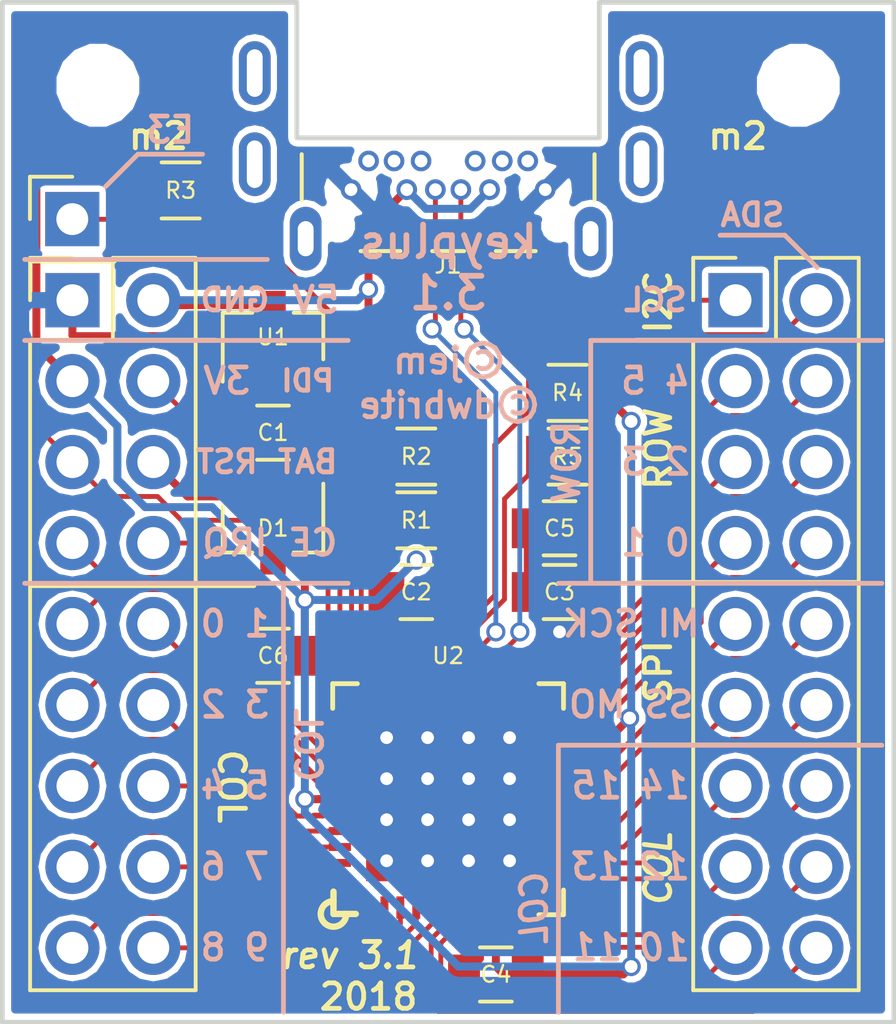
<source format=kicad_pcb>
(kicad_pcb (version 4) (host pcbnew 4.0.7)

  (general
    (links 90)
    (no_connects 0)
    (area 11.924999 11.924999 40.075001 44.075001)
    (thickness 0.8)
    (drawings 65)
    (tracks 373)
    (zones 0)
    (modules 20)
    (nets 42)
  )

  (page A4)
  (layers
    (0 F.Cu signal hide)
    (31 B.Cu signal hide)
    (32 B.Adhes user)
    (33 F.Adhes user)
    (34 B.Paste user)
    (35 F.Paste user)
    (36 B.SilkS user)
    (37 F.SilkS user)
    (38 B.Mask user)
    (39 F.Mask user hide)
    (40 Dwgs.User user hide)
    (41 Cmts.User user hide)
    (42 Eco1.User user)
    (43 Eco2.User user)
    (44 Edge.Cuts user)
    (45 Margin user)
    (46 B.CrtYd user)
    (47 F.CrtYd user hide)
    (48 B.Fab user)
    (49 F.Fab user hide)
  )

  (setup
    (last_trace_width 0.1524)
    (trace_clearance 0.1524)
    (zone_clearance 0.2)
    (zone_45_only no)
    (trace_min 0.1524)
    (segment_width 0.15)
    (edge_width 0.15)
    (via_size 0.6)
    (via_drill 0.4)
    (via_min_size 0.6)
    (via_min_drill 0.4)
    (uvia_size 0.3)
    (uvia_drill 0.1)
    (uvias_allowed no)
    (uvia_min_size 0)
    (uvia_min_drill 0)
    (pcb_text_width 0.3)
    (pcb_text_size 1.5 1.5)
    (mod_edge_width 0.15)
    (mod_text_size 1 1)
    (mod_text_width 0.15)
    (pad_size 0.7 2.3)
    (pad_drill 0)
    (pad_to_mask_clearance 0.02)
    (solder_mask_min_width 0.05)
    (pad_to_paste_clearance -0.02)
    (aux_axis_origin 0 23)
    (visible_elements FFFFFFFF)
    (pcbplotparams
      (layerselection 0x010f8_80000001)
      (usegerberextensions true)
      (excludeedgelayer true)
      (linewidth 0.100000)
      (plotframeref false)
      (viasonmask false)
      (mode 1)
      (useauxorigin false)
      (hpglpennumber 1)
      (hpglpenspeed 20)
      (hpglpendiameter 15)
      (hpglpenoverlay 2)
      (psnegative false)
      (psa4output false)
      (plotreference true)
      (plotvalue true)
      (plotinvisibletext false)
      (padsonsilk false)
      (subtractmaskfromsilk true)
      (outputformat 1)
      (mirror false)
      (drillshape 0)
      (scaleselection 1)
      (outputdirectory gerber))
  )

  (net 0 "")
  (net 1 +5V)
  (net 2 GND)
  (net 3 +3V3)
  (net 4 /D+)
  (net 5 /D-)
  (net 6 /PE3)
  (net 7 /PDI)
  (net 8 /PCL)
  (net 9 /PR1)
  (net 10 /PA0)
  (net 11 /PA1)
  (net 12 /PA2)
  (net 13 /PA3)
  (net 14 /PA4)
  (net 15 /PA5)
  (net 16 /PA6)
  (net 17 /PA7)
  (net 18 /PB0)
  (net 19 /PB1)
  (net 20 /PE1)
  (net 21 /PE0)
  (net 22 /PD5)
  (net 23 /PD4)
  (net 24 /PD3)
  (net 25 /PD2)
  (net 26 /PD1)
  (net 27 /PD0)
  (net 28 /PC7)
  (net 29 /PC6)
  (net 30 /PC5)
  (net 31 /PC4)
  (net 32 /PC3)
  (net 33 /PC2)
  (net 34 /PC1)
  (net 35 /PC0)
  (net 36 /PB3)
  (net 37 /PB2)
  (net 38 "Net-(C1-Pad2)")
  (net 39 /PR0)
  (net 40 +BATT)
  (net 41 "Net-(R1-Pad2)")

  (net_class Default "This is the default net class."
    (clearance 0.1524)
    (trace_width 0.1524)
    (via_dia 0.6)
    (via_drill 0.4)
    (uvia_dia 0.3)
    (uvia_drill 0.1)
    (add_net /D+)
    (add_net /D-)
    (add_net /PA0)
    (add_net /PA1)
    (add_net /PA2)
    (add_net /PA3)
    (add_net /PA4)
    (add_net /PA5)
    (add_net /PA6)
    (add_net /PA7)
    (add_net /PB0)
    (add_net /PB1)
    (add_net /PB2)
    (add_net /PB3)
    (add_net /PC0)
    (add_net /PC1)
    (add_net /PC2)
    (add_net /PC3)
    (add_net /PC4)
    (add_net /PC5)
    (add_net /PC6)
    (add_net /PC7)
    (add_net /PCL)
    (add_net /PD0)
    (add_net /PD1)
    (add_net /PD2)
    (add_net /PD3)
    (add_net /PD4)
    (add_net /PD5)
    (add_net /PDI)
    (add_net /PE0)
    (add_net /PE1)
    (add_net /PE3)
    (add_net /PR0)
    (add_net /PR1)
    (add_net "Net-(R1-Pad2)")
  )

  (net_class Power ""
    (clearance 0.1524)
    (trace_width 0.25)
    (via_dia 0.6)
    (via_drill 0.4)
    (uvia_dia 0.3)
    (uvia_drill 0.1)
    (add_net +3V3)
    (add_net +5V)
    (add_net +BATT)
    (add_net GND)
    (add_net "Net-(C1-Pad2)")
  )

  (net_class temp ""
    (clearance 0.1524)
    (trace_width 0.1524)
    (via_dia 0.6)
    (via_drill 0.4)
    (uvia_dia 0.3)
    (uvia_drill 0.1)
  )

  (module conn_usb:CUI_USB_C_Padless (layer F.Cu) (tedit 5B3B13DD) (tstamp 5B3ACB48)
    (at 26 12 180)
    (path /5A55EC35)
    (attr smd)
    (fp_text reference J1 (at 0 -8.25 180) (layer F.SilkS)
      (effects (font (size 0.5 0.5) (thickness 0.075)))
    )
    (fp_text value USB_C_Receptacle (at 0 1.75 180) (layer F.SilkS) hide
      (effects (font (size 1.27254 1.27254) (thickness 0.1016)))
    )
    (fp_line (start 4.74808 -3.35534) (end 4.74808 -0.01524) (layer Dwgs.User) (width 0.127))
    (fp_line (start 4.74808 -0.01524) (end 6.7496 -0.01524) (layer Dwgs.User) (width 0.127))
    (fp_line (start -4.74898 -3.35534) (end -4.74898 -0.01524) (layer Dwgs.User) (width 0.127))
    (fp_line (start -4.74898 -0.01524) (end -6.74796 -0.01524) (layer Dwgs.User) (width 0.127))
    (fp_line (start -4.74898 -4.3561) (end 4.74808 -4.3561) (layer Dwgs.User) (width 0.127))
    (fp_line (start -4.74898 -4.3561) (end 4.74808 -4.3561) (layer Dwgs.User) (width 0))
    (fp_line (start 4.74808 -3.35534) (end 4.74808 -0.01524) (layer Dwgs.User) (width 0))
    (fp_line (start -4.74898 -3.35534) (end -4.74898 -0.01524) (layer Dwgs.User) (width 0))
    (fp_line (start -4.2232 -7.71398) (end -4.2232 -7.11454) (layer Dwgs.User) (width 0))
    (fp_line (start -4.72358 -7.71398) (end -4.72358 -7.11454) (layer Dwgs.User) (width 0))
    (fp_line (start -5.8234 -5.5753) (end -5.8234 -4.57708) (layer Dwgs.User) (width 0))
    (fp_line (start -6.32378 -5.5753) (end -6.32378 -4.57708) (layer Dwgs.User) (width 0))
    (fp_line (start -6.32378 -2.71526) (end -6.32378 -1.71704) (layer Dwgs.User) (width 0))
    (fp_line (start -5.8234 -2.71526) (end -5.8234 -1.71704) (layer Dwgs.User) (width 0))
    (fp_line (start 4.72268 -7.71398) (end 4.72268 -7.11454) (layer Dwgs.User) (width 0))
    (fp_line (start 4.22484 -7.71398) (end 4.22484 -7.11454) (layer Dwgs.User) (width 0))
    (fp_line (start 6.32288 -5.5753) (end 6.32288 -4.57708) (layer Dwgs.User) (width 0))
    (fp_line (start 5.8225 -5.5753) (end 5.8225 -4.57708) (layer Dwgs.User) (width 0))
    (fp_line (start 6.32288 -2.71526) (end 6.32288 -1.71704) (layer Dwgs.User) (width 0))
    (fp_line (start 5.8225 -2.71526) (end 5.8225 -1.71704) (layer Dwgs.User) (width 0))
    (fp_line (start -4.59912 -7.80288) (end 4.59822 -7.80288) (layer Dwgs.User) (width 0.127))
    (fp_line (start -4.59912 2.06248) (end 4.59822 2.06248) (layer Dwgs.User) (width 0.127))
    (fp_line (start -4.59912 -7.80288) (end -4.59912 2.06248) (layer Dwgs.User) (width 0.127))
    (fp_line (start 4.59822 -7.80288) (end 4.59822 2.06248) (layer Dwgs.User) (width 0.127))
    (fp_line (start -4.59912 -4.76504) (end -4.59912 -6.19506) (layer F.SilkS) (width 0.127))
    (fp_line (start -2.75 -7.80288) (end -1.50032 -7.80288) (layer F.SilkS) (width 0.127))
    (fp_line (start -0.5021 -7.80288) (end 0.49866 -7.80288) (layer F.SilkS) (width 0.127))
    (fp_line (start 1.49942 -7.80288) (end 2.7491 -7.80288) (layer F.SilkS) (width 0.127))
    (fp_line (start 4.59822 -6.19506) (end 4.59822 -4.76504) (layer F.SilkS) (width 0.127))
    (fp_line (start 3.74986 -8.05434) (end 3.74986 -8.68934) (layer Dwgs.User) (width 0.04826))
    (fp_line (start 3.74986 -8.68934) (end 5.24846 -8.68934) (layer Dwgs.User) (width 0.04826))
    (fp_line (start 5.24846 -8.68934) (end 5.24846 -6.26618) (layer Dwgs.User) (width 0.04826))
    (fp_line (start 5.24846 -6.26618) (end 6.82326 -6.26618) (layer Dwgs.User) (width 0.04826))
    (fp_line (start 6.82326 -6.26618) (end 6.82326 -1.016) (layer Dwgs.User) (width 0.04826))
    (fp_line (start 6.82326 -1.016) (end 5.0986 -1.016) (layer Dwgs.User) (width 0.04826))
    (fp_line (start 5.0986 -1.016) (end 5.0986 0.23368) (layer Dwgs.User) (width 0.04826))
    (fp_line (start 5.0986 0.23368) (end -5.0995 0.23368) (layer Dwgs.User) (width 0.04826))
    (fp_line (start -5.0995 0.23368) (end -5.0995 -1.016) (layer Dwgs.User) (width 0.04826))
    (fp_line (start -5.0995 -1.016) (end -6.82416 -1.016) (layer Dwgs.User) (width 0.04826))
    (fp_line (start -6.82416 -1.016) (end -6.82416 -6.26618) (layer Dwgs.User) (width 0.04826))
    (fp_line (start -6.82416 -6.26618) (end -5.24936 -6.26618) (layer Dwgs.User) (width 0.04826))
    (fp_line (start -5.24936 -6.26618) (end -5.24936 -8.68934) (layer Dwgs.User) (width 0.04826))
    (fp_line (start -5.24936 -8.68934) (end -3.74822 -8.68934) (layer Dwgs.User) (width 0.04826))
    (fp_line (start -3.74822 -8.68934) (end -3.74822 -8.05434) (layer Dwgs.User) (width 0.04826))
    (fp_line (start -3.74822 -8.05434) (end 3.74986 -8.05434) (layer Dwgs.User) (width 0.04826))
    (fp_poly (pts (xy -4.84804 -0.01524) (xy -4.84804 -3.25628) (xy -4.97758 -3.2893) (xy -5.09696 -3.35026)
      (xy -5.19856 -3.43408) (xy -5.27984 -3.53822) (xy -5.33826 -3.66014) (xy -5.3662 -3.78968)
      (xy -5.3662 -3.92176) (xy -5.33826 -4.05384) (xy -5.27984 -4.17322) (xy -5.19856 -4.27736)
      (xy -5.09696 -4.36372) (xy -4.97758 -4.42214) (xy -4.84804 -4.45516) (xy 4.84968 -4.45516)
      (xy 4.97668 -4.42214) (xy 5.09606 -4.36372) (xy 5.2002 -4.27736) (xy 5.28148 -4.17322)
      (xy 5.33736 -4.05384) (xy 5.36784 -3.92176) (xy 5.36784 -3.78968) (xy 5.33736 -3.66014)
      (xy 5.28148 -3.53822) (xy 5.2002 -3.43408) (xy 5.09606 -3.35026) (xy 4.97668 -3.2893)
      (xy 4.84968 -3.25628) (xy 4.84968 -0.01524) (xy -4.84804 -0.01524)) (layer F.Mask) (width 0.04826))
    (fp_poly (pts (xy -4.84804 -0.01524) (xy -4.84804 -3.25628) (xy -4.97758 -3.2893) (xy -5.09696 -3.35026)
      (xy -5.19856 -3.43408) (xy -5.27984 -3.53822) (xy -5.33826 -3.66014) (xy -5.3662 -3.78968)
      (xy -5.3662 -3.92176) (xy -5.33826 -4.05384) (xy -5.27984 -4.17322) (xy -5.19856 -4.27736)
      (xy -5.09696 -4.36372) (xy -4.97758 -4.42214) (xy -4.84804 -4.45516) (xy 4.84968 -4.45516)
      (xy 4.97668 -4.42214) (xy 5.09606 -4.36372) (xy 5.2002 -4.27736) (xy 5.28148 -4.17322)
      (xy 5.33736 -4.05384) (xy 5.36784 -3.92176) (xy 5.36784 -3.78968) (xy 5.33736 -3.66014)
      (xy 5.28148 -3.53822) (xy 5.2002 -3.43408) (xy 5.09606 -3.35026) (xy 4.97668 -3.2893)
      (xy 4.84968 -3.25628) (xy 4.84968 -0.01524) (xy -4.84804 -0.01524)) (layer B.Mask) (width 0.04826))
    (fp_arc (start 4.74808 -3.85572) (end 4.74808 -4.3561) (angle 180) (layer Dwgs.User) (width 0.127))
    (fp_arc (start -4.74898 -3.85572) (end -4.74898 -3.35534) (angle 180) (layer Dwgs.User) (width 0.127))
    (fp_arc (start 4.74808 -3.85572) (end 4.74808 -4.3561) (angle 180) (layer Dwgs.User) (width 0))
    (fp_arc (start -4.74898 -3.85572) (end -4.74898 -3.35534) (angle 180) (layer Dwgs.User) (width 0))
    (fp_arc (start -4.47466 -7.71398) (end -4.72358 -7.71398) (angle 180) (layer Dwgs.User) (width 0))
    (fp_arc (start -4.47466 -7.11454) (end -4.2232 -7.11454) (angle 180) (layer Dwgs.User) (width 0))
    (fp_arc (start -6.07486 -5.5753) (end -6.32378 -5.5753) (angle 180) (layer Dwgs.User) (width 0))
    (fp_arc (start -6.07486 -4.57708) (end -5.8234 -4.57708) (angle 180) (layer Dwgs.User) (width 0))
    (fp_arc (start -6.07486 -1.71704) (end -5.8234 -1.71704) (angle 180) (layer Dwgs.User) (width 0))
    (fp_arc (start -6.07486 -2.71526) (end -6.32378 -2.71526) (angle 180) (layer Dwgs.User) (width 0))
    (fp_arc (start 4.47376 -7.71398) (end 4.22484 -7.71398) (angle 180) (layer Dwgs.User) (width 0))
    (fp_arc (start 4.47376 -7.11454) (end 4.72268 -7.11454) (angle 180) (layer Dwgs.User) (width 0))
    (fp_arc (start 6.07396 -5.5753) (end 5.8225 -5.5753) (angle 180) (layer Dwgs.User) (width 0))
    (fp_arc (start 6.07396 -4.57708) (end 6.32288 -4.57708) (angle 180) (layer Dwgs.User) (width 0))
    (fp_arc (start 6.07396 -2.71526) (end 5.8225 -2.71526) (angle 180) (layer Dwgs.User) (width 0))
    (fp_arc (start 6.07396 -1.71704) (end 6.32288 -1.71704) (angle 180) (layer Dwgs.User) (width 0))
    (fp_text user "PCB EDGE" (at -6.75812 0.49784 180) (layer Dwgs.User)
      (effects (font (size 0.50038 0.50038) (thickness 0.0508)))
    )
    (fp_text user "PCB EDGE" (at 7.02392 0.50292 180) (layer Dwgs.User)
      (effects (font (size 0.50038 0.50038) (thickness 0.0508)))
    )
    (pad "" np_thru_hole circle (at 3.4476 -7.0104 180) (size 0.6477 0.6477) (drill 0.6477) (layers *.Cu *.Mask))
    (pad B1 thru_hole circle (at 3.04882 -5.87502 180) (size 0.6477 0.6477) (drill 0.39878) (layers *.Cu *.Paste *.Mask)
      (net 2 GND))
    (pad B2 thru_hole circle (at 2.49764 -4.97586 180) (size 0.6477 0.6477) (drill 0.39878) (layers *.Cu *.Paste *.Mask))
    (pad B3 thru_hole circle (at 1.69754 -4.97586 180) (size 0.6477 0.6477) (drill 0.39878) (layers *.Cu *.Paste *.Mask))
    (pad B4 thru_hole circle (at 1.29876 -5.87502 180) (size 0.6477 0.6477) (drill 0.39878) (layers *.Cu *.Paste *.Mask)
      (net 1 +5V))
    (pad B5 thru_hole circle (at 0.84918 -4.97586 180) (size 0.6477 0.6477) (drill 0.39878) (layers *.Cu *.Paste *.Mask))
    (pad B6 thru_hole circle (at 0.3996 -5.87502 180) (size 0.6477 0.6477) (drill 0.39878) (layers *.Cu *.Paste *.Mask)
      (net 4 /D+))
    (pad B7 thru_hole circle (at -0.4005 -5.87502 180) (size 0.6477 0.6477) (drill 0.39878) (layers *.Cu *.Paste *.Mask)
      (net 5 /D-))
    (pad B8 thru_hole circle (at -0.85008 -4.97586 180) (size 0.6477 0.6477) (drill 0.39878) (layers *.Cu *.Paste *.Mask))
    (pad B9 thru_hole circle (at -1.3022 -5.87502 180) (size 0.6477 0.6477) (drill 0.39878) (layers *.Cu *.Paste *.Mask)
      (net 1 +5V))
    (pad B10 thru_hole circle (at -1.70098 -4.97586 180) (size 0.6477 0.6477) (drill 0.39878) (layers *.Cu *.Paste *.Mask))
    (pad B11 thru_hole circle (at -2.50108 -4.97586 180) (size 0.6477 0.6477) (drill 0.39878) (layers *.Cu *.Paste *.Mask))
    (pad B12 thru_hole circle (at -3.04972 -5.87502 180) (size 0.6477 0.6477) (drill 0.39878) (layers *.Cu *.Paste *.Mask)
      (net 2 GND))
    (pad SH1 thru_hole oval (at -4.47466 -7.41426) (size 0.99822 1.99898) (drill oval 0.49784 1.10236) (layers *.Cu *.Paste *.Mask))
    (pad SH2 thru_hole oval (at 4.47376 -7.41426) (size 0.99822 1.99898) (drill oval 0.49784 1.10236) (layers *.Cu *.Paste *.Mask))
    (pad SH3 thru_hole oval (at -6.07486 -5.07746) (size 0.99822 1.99898) (drill oval 0.49784 1.49352) (layers *.Cu *.Paste *.Mask))
    (pad SH4 thru_hole oval (at 6.07396 -5.07746) (size 0.99822 1.99898) (drill oval 0.49784 1.49352) (layers *.Cu *.Paste *.Mask))
    (pad SH5 thru_hole oval (at -6.07486 -2.21742) (size 0.99822 1.99898) (drill oval 0.49784 1.49352) (layers *.Cu *.Paste *.Mask))
    (pad SH6 thru_hole oval (at 6.07396 -2.21742) (size 0.99822 1.99898) (drill oval 0.49784 1.49352) (layers *.Cu *.Paste *.Mask))
    (pad SH7 smd oval (at -3.19958 -7.70382 180) (size 0.49784 0.29972) (layers F.Cu F.Paste F.Mask))
    (pad SH8 smd oval (at -1.00248 -7.70382 180) (size 0.49784 0.29972) (layers F.Cu F.Paste F.Mask))
    (pad SH9 smd oval (at 0.99904 -7.71398 180) (size 0.49784 0.29972) (layers F.Cu F.Paste F.Mask))
    (pad SH10 smd oval (at 3.19868 -7.70382 180) (size 0.49784 0.29972) (layers F.Cu F.Paste F.Mask))
    (pad "" np_thru_hole circle (at -3.4485 -7.01294 180) (size 0.6477 0.6477) (drill 0.6477) (layers *.Cu *.Mask))
    (model /home/dwbrite/Downloads/CUI_UJ31-CH-4-MSMT-TR/CUI_UJ31-CH-4-MSMT-TR.wrl
      (at (xyz 0 0 0))
      (scale (xyz 0.39425 0.39425 0.39425))
      (rotate (xyz 90 180 180))
    )
  )

  (module qfn:QFN-44-1EP_7x7mm_Pitch0.5mm_Alt_Silk (layer F.Cu) (tedit 5B3AFB4A) (tstamp 5B396D61)
    (at 26 37 90)
    (descr "UK Package; 44-Lead Plastic QFN (7mm x 7mm); (see Linear Technology QFN_44_05-08-1763.pdf)")
    (tags "QFN 0.5")
    (path /5A24E79F)
    (attr smd)
    (fp_text reference U2 (at 4.5 0 180) (layer F.SilkS)
      (effects (font (size 0.5 0.5) (thickness 0.075)))
    )
    (fp_text value ATXMEGA-A4U-EPAD (at 0 4.75 90) (layer F.Fab)
      (effects (font (size 1 1) (thickness 0.15)))
    )
    (fp_line (start -2.9 -3.6) (end -3.6 -3.6) (layer F.SilkS) (width 0.2))
    (fp_arc (start -3.6 -3.6) (end -3.6 -3.2) (angle 270) (layer F.SilkS) (width 0.2))
    (fp_line (start -3.6 -3.6) (end -3.6 -2.9) (layer F.SilkS) (width 0.2))
    (fp_line (start -2.5 -3.5) (end 3.5 -3.5) (layer F.Fab) (width 0.15))
    (fp_line (start 3.5 -3.5) (end 3.5 3.5) (layer F.Fab) (width 0.15))
    (fp_line (start 3.5 3.5) (end -3.5 3.5) (layer F.Fab) (width 0.15))
    (fp_line (start -3.5 3.5) (end -3.5 -2.5) (layer F.Fab) (width 0.15))
    (fp_line (start -3.5 -2.5) (end -2.5 -3.5) (layer F.Fab) (width 0.15))
    (fp_line (start -4 -4) (end -4 4) (layer F.CrtYd) (width 0.05))
    (fp_line (start 4 -4) (end 4 4) (layer F.CrtYd) (width 0.05))
    (fp_line (start -4 -4) (end 4 -4) (layer F.CrtYd) (width 0.05))
    (fp_line (start -4 4) (end 4 4) (layer F.CrtYd) (width 0.05))
    (fp_line (start 3.625 -3.625) (end 3.625 -2.85) (layer F.SilkS) (width 0.15))
    (fp_line (start -3.625 3.625) (end -3.625 2.85) (layer F.SilkS) (width 0.15))
    (fp_line (start 3.625 3.625) (end 3.625 2.85) (layer F.SilkS) (width 0.15))
    (fp_line (start -3.625 3.625) (end -2.85 3.625) (layer F.SilkS) (width 0.15))
    (fp_line (start 3.625 3.625) (end 2.85 3.625) (layer F.SilkS) (width 0.15))
    (fp_line (start 3.625 -3.625) (end 2.85 -3.625) (layer F.SilkS) (width 0.15))
    (pad 1 smd rect (at -3.4 -2.5 90) (size 0.7 0.25) (layers F.Cu F.Paste F.Mask)
      (net 15 /PA5))
    (pad 2 smd rect (at -3.4 -2 90) (size 0.7 0.25) (layers F.Cu F.Paste F.Mask)
      (net 16 /PA6))
    (pad 3 smd rect (at -3.4 -1.5 90) (size 0.7 0.25) (layers F.Cu F.Paste F.Mask)
      (net 17 /PA7))
    (pad 4 smd rect (at -3.4 -1 90) (size 0.7 0.25) (layers F.Cu F.Paste F.Mask)
      (net 18 /PB0))
    (pad 5 smd rect (at -3.4 -0.5 90) (size 0.7 0.25) (layers F.Cu F.Paste F.Mask)
      (net 19 /PB1))
    (pad 6 smd rect (at -3.4 0 90) (size 0.7 0.25) (layers F.Cu F.Paste F.Mask)
      (net 37 /PB2))
    (pad 7 smd rect (at -3.4 0.5 90) (size 0.7 0.25) (layers F.Cu F.Paste F.Mask)
      (net 36 /PB3))
    (pad 8 smd rect (at -3.4 1 90) (size 0.7 0.25) (layers F.Cu F.Paste F.Mask)
      (net 2 GND))
    (pad 9 smd rect (at -3.4 1.5 90) (size 0.7 0.25) (layers F.Cu F.Paste F.Mask)
      (net 3 +3V3))
    (pad 10 smd rect (at -3.4 2 90) (size 0.7 0.25) (layers F.Cu F.Paste F.Mask)
      (net 35 /PC0))
    (pad 11 smd rect (at -3.4 2.5 90) (size 0.7 0.25) (layers F.Cu F.Paste F.Mask)
      (net 34 /PC1))
    (pad 12 smd rect (at -2.5 3.4 180) (size 0.7 0.25) (layers F.Cu F.Paste F.Mask)
      (net 33 /PC2))
    (pad 13 smd rect (at -2 3.4 180) (size 0.7 0.25) (layers F.Cu F.Paste F.Mask)
      (net 32 /PC3))
    (pad 14 smd rect (at -1.5 3.4 180) (size 0.7 0.25) (layers F.Cu F.Paste F.Mask)
      (net 31 /PC4))
    (pad 15 smd rect (at -1 3.4 180) (size 0.7 0.25) (layers F.Cu F.Paste F.Mask)
      (net 30 /PC5))
    (pad 16 smd rect (at -0.5 3.4 180) (size 0.7 0.25) (layers F.Cu F.Paste F.Mask)
      (net 29 /PC6))
    (pad 17 smd rect (at 0 3.4 180) (size 0.7 0.25) (layers F.Cu F.Paste F.Mask)
      (net 28 /PC7))
    (pad 18 smd rect (at 0.5 3.4 180) (size 0.7 0.25) (layers F.Cu F.Paste F.Mask)
      (net 2 GND))
    (pad 19 smd rect (at 1 3.4 180) (size 0.7 0.25) (layers F.Cu F.Paste F.Mask)
      (net 3 +3V3))
    (pad 20 smd rect (at 1.5 3.4 180) (size 0.7 0.25) (layers F.Cu F.Paste F.Mask)
      (net 27 /PD0))
    (pad 21 smd rect (at 2 3.4 180) (size 0.7 0.25) (layers F.Cu F.Paste F.Mask)
      (net 26 /PD1))
    (pad 22 smd rect (at 2.5 3.4 180) (size 0.7 0.25) (layers F.Cu F.Paste F.Mask)
      (net 25 /PD2))
    (pad 23 smd rect (at 3.4 2.5 90) (size 0.7 0.25) (layers F.Cu F.Paste F.Mask)
      (net 24 /PD3))
    (pad 24 smd rect (at 3.4 2 90) (size 0.7 0.25) (layers F.Cu F.Paste F.Mask)
      (net 23 /PD4))
    (pad 25 smd rect (at 3.4 1.5 90) (size 0.7 0.25) (layers F.Cu F.Paste F.Mask)
      (net 22 /PD5))
    (pad 26 smd rect (at 3.4 1 90) (size 0.7 0.25) (layers F.Cu F.Paste F.Mask)
      (net 5 /D-))
    (pad 27 smd rect (at 3.4 0.5 90) (size 0.7 0.25) (layers F.Cu F.Paste F.Mask)
      (net 4 /D+))
    (pad 28 smd rect (at 3.4 0 90) (size 0.7 0.25) (layers F.Cu F.Paste F.Mask)
      (net 21 /PE0))
    (pad 29 smd rect (at 3.4 -0.5 90) (size 0.7 0.25) (layers F.Cu F.Paste F.Mask)
      (net 20 /PE1))
    (pad 30 smd rect (at 3.4 -1 90) (size 0.7 0.25) (layers F.Cu F.Paste F.Mask)
      (net 2 GND))
    (pad 31 smd rect (at 3.4 -1.5 90) (size 0.7 0.25) (layers F.Cu F.Paste F.Mask)
      (net 3 +3V3))
    (pad 32 smd rect (at 3.4 -2 90) (size 0.7 0.25) (layers F.Cu F.Paste F.Mask)
      (net 41 "Net-(R1-Pad2)"))
    (pad 33 smd rect (at 3.4 -2.5 90) (size 0.7 0.25) (layers F.Cu F.Paste F.Mask)
      (net 6 /PE3))
    (pad 34 smd rect (at 2.5 -3.4 180) (size 0.7 0.25) (layers F.Cu F.Paste F.Mask)
      (net 7 /PDI))
    (pad 35 smd rect (at 2 -3.4 180) (size 0.7 0.25) (layers F.Cu F.Paste F.Mask)
      (net 8 /PCL))
    (pad 36 smd rect (at 1.5 -3.4 180) (size 0.7 0.25) (layers F.Cu F.Paste F.Mask)
      (net 39 /PR0))
    (pad 37 smd rect (at 1 -3.4 180) (size 0.7 0.25) (layers F.Cu F.Paste F.Mask)
      (net 9 /PR1))
    (pad 38 smd rect (at 0.5 -3.4 180) (size 0.7 0.25) (layers F.Cu F.Paste F.Mask)
      (net 2 GND))
    (pad 39 smd rect (at 0 -3.4 180) (size 0.7 0.25) (layers F.Cu F.Paste F.Mask)
      (net 3 +3V3))
    (pad 40 smd rect (at -0.5 -3.4 180) (size 0.7 0.25) (layers F.Cu F.Paste F.Mask)
      (net 10 /PA0))
    (pad 41 smd rect (at -1 -3.4 180) (size 0.7 0.25) (layers F.Cu F.Paste F.Mask)
      (net 11 /PA1))
    (pad 42 smd rect (at -1.5 -3.4 180) (size 0.7 0.25) (layers F.Cu F.Paste F.Mask)
      (net 12 /PA2))
    (pad 43 smd rect (at -2 -3.4 180) (size 0.7 0.25) (layers F.Cu F.Paste F.Mask)
      (net 13 /PA3))
    (pad 44 smd rect (at -2.5 -3.4 180) (size 0.7 0.25) (layers F.Cu F.Paste F.Mask)
      (net 14 /PA4))
    (pad 45 smd rect (at 1.93125 1.93125 90) (size 1.2875 1.2875) (layers F.Cu F.Paste F.Mask)
      (net 2 GND) (solder_paste_margin_ratio -0.2))
    (pad 45 smd rect (at 1.93125 0.64375 90) (size 1.2875 1.2875) (layers F.Cu F.Paste F.Mask)
      (net 2 GND) (solder_paste_margin_ratio -0.2))
    (pad 45 smd rect (at 1.93125 -0.64375 90) (size 1.2875 1.2875) (layers F.Cu F.Paste F.Mask)
      (net 2 GND) (solder_paste_margin_ratio -0.2))
    (pad 45 smd rect (at 1.93125 -1.93125 90) (size 1.2875 1.2875) (layers F.Cu F.Paste F.Mask)
      (net 2 GND) (solder_paste_margin_ratio -0.2))
    (pad 45 smd rect (at 0.64375 1.93125 90) (size 1.2875 1.2875) (layers F.Cu F.Paste F.Mask)
      (net 2 GND) (solder_paste_margin_ratio -0.2))
    (pad 45 smd rect (at 0.64375 0.64375 90) (size 1.2875 1.2875) (layers F.Cu F.Paste F.Mask)
      (net 2 GND) (solder_paste_margin_ratio -0.2))
    (pad 45 smd rect (at 0.64375 -0.64375 90) (size 1.2875 1.2875) (layers F.Cu F.Paste F.Mask)
      (net 2 GND) (solder_paste_margin_ratio -0.2))
    (pad 45 smd rect (at 0.64375 -1.93125 90) (size 1.2875 1.2875) (layers F.Cu F.Paste F.Mask)
      (net 2 GND) (solder_paste_margin_ratio -0.2))
    (pad 45 smd rect (at -0.64375 1.93125 90) (size 1.2875 1.2875) (layers F.Cu F.Paste F.Mask)
      (net 2 GND) (solder_paste_margin_ratio -0.2))
    (pad 45 smd rect (at -0.64375 0.64375 90) (size 1.2875 1.2875) (layers F.Cu F.Paste F.Mask)
      (net 2 GND) (solder_paste_margin_ratio -0.2))
    (pad 45 smd rect (at -0.64375 -0.64375 90) (size 1.2875 1.2875) (layers F.Cu F.Paste F.Mask)
      (net 2 GND) (solder_paste_margin_ratio -0.2))
    (pad 45 smd rect (at -0.64375 -1.93125 90) (size 1.2875 1.2875) (layers F.Cu F.Paste F.Mask)
      (net 2 GND) (solder_paste_margin_ratio -0.2))
    (pad 45 smd rect (at -1.93125 1.93125 90) (size 1.2875 1.2875) (layers F.Cu F.Paste F.Mask)
      (net 2 GND) (solder_paste_margin_ratio -0.2))
    (pad 45 smd rect (at -1.93125 0.64375 90) (size 1.2875 1.2875) (layers F.Cu F.Paste F.Mask)
      (net 2 GND) (solder_paste_margin_ratio -0.2))
    (pad 45 smd rect (at -1.93125 -0.64375 90) (size 1.2875 1.2875) (layers F.Cu F.Paste F.Mask)
      (net 2 GND) (solder_paste_margin_ratio -0.2))
    (pad 45 smd rect (at -1.93125 -1.93125 90) (size 1.2875 1.2875) (layers F.Cu F.Paste F.Mask)
      (net 2 GND) (solder_paste_margin_ratio -0.2))
    (model Housings_DFN_QFN.3dshapes/QFN-44-1EP_7x7mm_Pitch0.5mm.wrl
      (at (xyz 0 0 0))
      (scale (xyz 1 1 1))
      (rotate (xyz 0 0 0))
    )
  )

  (module Resistors_SMD:R_0805 (layer F.Cu) (tedit 5B3AFDE3) (tstamp 5B3AB231)
    (at 29.75 26.25 180)
    (descr "Resistor SMD 0805, reflow soldering, Vishay (see dcrcw.pdf)")
    (tags "resistor 0805")
    (path /5918472E)
    (attr smd)
    (fp_text reference R5 (at 0 0 180) (layer F.SilkS)
      (effects (font (size 0.5 0.5) (thickness 0.075)))
    )
    (fp_text value 10k (at 0 1.75 180) (layer F.Fab)
      (effects (font (size 1 1) (thickness 0.15)))
    )
    (fp_text user %R (at 0 0 180) (layer F.Fab)
      (effects (font (size 0.5 0.5) (thickness 0.075)))
    )
    (fp_line (start -1 0.62) (end -1 -0.62) (layer F.Fab) (width 0.1))
    (fp_line (start 1 0.62) (end -1 0.62) (layer F.Fab) (width 0.1))
    (fp_line (start 1 -0.62) (end 1 0.62) (layer F.Fab) (width 0.1))
    (fp_line (start -1 -0.62) (end 1 -0.62) (layer F.Fab) (width 0.1))
    (fp_line (start 0.6 0.88) (end -0.6 0.88) (layer F.SilkS) (width 0.12))
    (fp_line (start -0.6 -0.88) (end 0.6 -0.88) (layer F.SilkS) (width 0.12))
    (fp_line (start -1.55 -0.9) (end 1.55 -0.9) (layer F.CrtYd) (width 0.05))
    (fp_line (start -1.55 -0.9) (end -1.55 0.9) (layer F.CrtYd) (width 0.05))
    (fp_line (start 1.55 0.9) (end 1.55 -0.9) (layer F.CrtYd) (width 0.05))
    (fp_line (start 1.55 0.9) (end -1.55 0.9) (layer F.CrtYd) (width 0.05))
    (pad 1 smd rect (at -0.95 0 180) (size 0.7 1.3) (layers F.Cu F.Paste F.Mask)
      (net 3 +3V3))
    (pad 2 smd rect (at 0.95 0 180) (size 0.7 1.3) (layers F.Cu F.Paste F.Mask)
      (net 21 /PE0))
    (model ${KISYS3DMOD}/Resistors_SMD.3dshapes/R_0805.wrl
      (at (xyz 0 0 0))
      (scale (xyz 1 1 1))
      (rotate (xyz 0 0 0))
    )
  )

  (module Pin_Headers:Pin_Header_Straight_2x09_Pitch2.54mm (layer F.Cu) (tedit 5B3AFC13) (tstamp 5B396D4C)
    (at 35.028 21.344)
    (descr "Through hole straight pin header, 2x09, 2.54mm pitch, double rows")
    (tags "Through hole pin header THT 2x09 2.54mm double row")
    (path /59BE1233)
    (fp_text reference J4 (at 0.222 0.156) (layer F.SilkS) hide
      (effects (font (size 1 1) (thickness 0.15)))
    )
    (fp_text value Conn_02x09_Odd_Even (at 1.27 22.65) (layer F.Fab)
      (effects (font (size 1 1) (thickness 0.15)))
    )
    (fp_line (start 0 -1.27) (end 3.81 -1.27) (layer F.Fab) (width 0.1))
    (fp_line (start 3.81 -1.27) (end 3.81 21.59) (layer F.Fab) (width 0.1))
    (fp_line (start 3.81 21.59) (end -1.27 21.59) (layer F.Fab) (width 0.1))
    (fp_line (start -1.27 21.59) (end -1.27 0) (layer F.Fab) (width 0.1))
    (fp_line (start -1.27 0) (end 0 -1.27) (layer F.Fab) (width 0.1))
    (fp_line (start -1.33 21.65) (end 3.87 21.65) (layer F.SilkS) (width 0.12))
    (fp_line (start -1.33 1.27) (end -1.33 21.65) (layer F.SilkS) (width 0.12))
    (fp_line (start 3.87 -1.33) (end 3.87 21.65) (layer F.SilkS) (width 0.12))
    (fp_line (start -1.33 1.27) (end 1.27 1.27) (layer F.SilkS) (width 0.12))
    (fp_line (start 1.27 1.27) (end 1.27 -1.33) (layer F.SilkS) (width 0.12))
    (fp_line (start 1.27 -1.33) (end 3.87 -1.33) (layer F.SilkS) (width 0.12))
    (fp_line (start -1.33 0) (end -1.33 -1.33) (layer F.SilkS) (width 0.12))
    (fp_line (start -1.33 -1.33) (end 0 -1.33) (layer F.SilkS) (width 0.12))
    (fp_line (start -1.8 -1.8) (end -1.8 22.1) (layer F.CrtYd) (width 0.05))
    (fp_line (start -1.8 22.1) (end 4.35 22.1) (layer F.CrtYd) (width 0.05))
    (fp_line (start 4.35 22.1) (end 4.35 -1.8) (layer F.CrtYd) (width 0.05))
    (fp_line (start 4.35 -1.8) (end -1.8 -1.8) (layer F.CrtYd) (width 0.05))
    (pad 1 thru_hole rect (at 0 0) (size 1.7 1.7) (drill 1) (layers *.Cu *.Mask)
      (net 20 /PE1))
    (pad 2 thru_hole oval (at 2.54 0) (size 1.7 1.7) (drill 1) (layers *.Cu *.Mask)
      (net 21 /PE0))
    (pad 3 thru_hole oval (at 0 2.54) (size 1.7 1.7) (drill 1) (layers *.Cu *.Mask)
      (net 22 /PD5))
    (pad 4 thru_hole oval (at 2.54 2.54) (size 1.7 1.7) (drill 1) (layers *.Cu *.Mask)
      (net 23 /PD4))
    (pad 5 thru_hole oval (at 0 5.08) (size 1.7 1.7) (drill 1) (layers *.Cu *.Mask)
      (net 24 /PD3))
    (pad 6 thru_hole oval (at 2.54 5.08) (size 1.7 1.7) (drill 1) (layers *.Cu *.Mask)
      (net 25 /PD2))
    (pad 7 thru_hole oval (at 0 7.62) (size 1.7 1.7) (drill 1) (layers *.Cu *.Mask)
      (net 26 /PD1))
    (pad 8 thru_hole oval (at 2.54 7.62) (size 1.7 1.7) (drill 1) (layers *.Cu *.Mask)
      (net 27 /PD0))
    (pad 9 thru_hole oval (at 0 10.16) (size 1.7 1.7) (drill 1) (layers *.Cu *.Mask)
      (net 28 /PC7))
    (pad 10 thru_hole oval (at 2.54 10.16) (size 1.7 1.7) (drill 1) (layers *.Cu *.Mask)
      (net 29 /PC6))
    (pad 11 thru_hole oval (at 0 12.7) (size 1.7 1.7) (drill 1) (layers *.Cu *.Mask)
      (net 30 /PC5))
    (pad 12 thru_hole oval (at 2.54 12.7) (size 1.7 1.7) (drill 1) (layers *.Cu *.Mask)
      (net 31 /PC4))
    (pad 13 thru_hole oval (at 0 15.24) (size 1.7 1.7) (drill 1) (layers *.Cu *.Mask)
      (net 32 /PC3))
    (pad 14 thru_hole oval (at 2.54 15.24) (size 1.7 1.7) (drill 1) (layers *.Cu *.Mask)
      (net 33 /PC2))
    (pad 15 thru_hole oval (at 0 17.78) (size 1.7 1.7) (drill 1) (layers *.Cu *.Mask)
      (net 34 /PC1))
    (pad 16 thru_hole oval (at 2.54 17.78) (size 1.7 1.7) (drill 1) (layers *.Cu *.Mask)
      (net 35 /PC0))
    (pad 17 thru_hole oval (at 0 20.32) (size 1.7 1.7) (drill 1) (layers *.Cu *.Mask)
      (net 36 /PB3))
    (pad 18 thru_hole oval (at 2.54 20.32) (size 1.7 1.7) (drill 1) (layers *.Cu *.Mask)
      (net 37 /PB2))
  )

  (module Pin_Headers:Pin_Header_Straight_2x09_Pitch2.54mm (layer F.Cu) (tedit 5B3AFC0C) (tstamp 5B396D33)
    (at 14.2 21.344)
    (descr "Through hole straight pin header, 2x09, 2.54mm pitch, double rows")
    (tags "Through hole pin header THT 2x09 2.54mm double row")
    (path /59BE116E)
    (fp_text reference J2 (at 0.05 -0.094) (layer F.SilkS) hide
      (effects (font (size 1 1) (thickness 0.15)))
    )
    (fp_text value Conn_02x09_Odd_Even (at 1.27 22.65) (layer F.Fab)
      (effects (font (size 1 1) (thickness 0.15)))
    )
    (fp_line (start 0 -1.27) (end 3.81 -1.27) (layer F.Fab) (width 0.1))
    (fp_line (start 3.81 -1.27) (end 3.81 21.59) (layer F.Fab) (width 0.1))
    (fp_line (start 3.81 21.59) (end -1.27 21.59) (layer F.Fab) (width 0.1))
    (fp_line (start -1.27 21.59) (end -1.27 0) (layer F.Fab) (width 0.1))
    (fp_line (start -1.27 0) (end 0 -1.27) (layer F.Fab) (width 0.1))
    (fp_line (start -1.33 21.65) (end 3.87 21.65) (layer F.SilkS) (width 0.12))
    (fp_line (start -1.33 1.27) (end -1.33 21.65) (layer F.SilkS) (width 0.12))
    (fp_line (start 3.87 -1.33) (end 3.87 21.65) (layer F.SilkS) (width 0.12))
    (fp_line (start -1.33 1.27) (end 1.27 1.27) (layer F.SilkS) (width 0.12))
    (fp_line (start 1.27 1.27) (end 1.27 -1.33) (layer F.SilkS) (width 0.12))
    (fp_line (start 1.27 -1.33) (end 3.87 -1.33) (layer F.SilkS) (width 0.12))
    (fp_line (start -1.33 0) (end -1.33 -1.33) (layer F.SilkS) (width 0.12))
    (fp_line (start -1.33 -1.33) (end 0 -1.33) (layer F.SilkS) (width 0.12))
    (fp_line (start -1.8 -1.8) (end -1.8 22.1) (layer F.CrtYd) (width 0.05))
    (fp_line (start -1.8 22.1) (end 4.35 22.1) (layer F.CrtYd) (width 0.05))
    (fp_line (start 4.35 22.1) (end 4.35 -1.8) (layer F.CrtYd) (width 0.05))
    (fp_line (start 4.35 -1.8) (end -1.8 -1.8) (layer F.CrtYd) (width 0.05))
    (pad 1 thru_hole rect (at 0 0) (size 1.7 1.7) (drill 1) (layers *.Cu *.Mask)
      (net 2 GND))
    (pad 2 thru_hole oval (at 2.54 0) (size 1.7 1.7) (drill 1) (layers *.Cu *.Mask)
      (net 1 +5V))
    (pad 3 thru_hole oval (at 0 2.54) (size 1.7 1.7) (drill 1) (layers *.Cu *.Mask)
      (net 3 +3V3))
    (pad 4 thru_hole oval (at 2.54 2.54) (size 1.7 1.7) (drill 1) (layers *.Cu *.Mask)
      (net 7 /PDI))
    (pad 5 thru_hole oval (at 0 5.08) (size 1.7 1.7) (drill 1) (layers *.Cu *.Mask)
      (net 8 /PCL))
    (pad 6 thru_hole oval (at 2.54 5.08) (size 1.7 1.7) (drill 1) (layers *.Cu *.Mask)
      (net 40 +BATT))
    (pad 7 thru_hole oval (at 0 7.62) (size 1.7 1.7) (drill 1) (layers *.Cu *.Mask)
      (net 9 /PR1))
    (pad 8 thru_hole oval (at 2.54 7.62) (size 1.7 1.7) (drill 1) (layers *.Cu *.Mask)
      (net 39 /PR0))
    (pad 9 thru_hole oval (at 0 10.16) (size 1.7 1.7) (drill 1) (layers *.Cu *.Mask)
      (net 10 /PA0))
    (pad 10 thru_hole oval (at 2.54 10.16) (size 1.7 1.7) (drill 1) (layers *.Cu *.Mask)
      (net 11 /PA1))
    (pad 11 thru_hole oval (at 0 12.7) (size 1.7 1.7) (drill 1) (layers *.Cu *.Mask)
      (net 12 /PA2))
    (pad 12 thru_hole oval (at 2.54 12.7) (size 1.7 1.7) (drill 1) (layers *.Cu *.Mask)
      (net 13 /PA3))
    (pad 13 thru_hole oval (at 0 15.24) (size 1.7 1.7) (drill 1) (layers *.Cu *.Mask)
      (net 14 /PA4))
    (pad 14 thru_hole oval (at 2.54 15.24) (size 1.7 1.7) (drill 1) (layers *.Cu *.Mask)
      (net 15 /PA5))
    (pad 15 thru_hole oval (at 0 17.78) (size 1.7 1.7) (drill 1) (layers *.Cu *.Mask)
      (net 16 /PA6))
    (pad 16 thru_hole oval (at 2.54 17.78) (size 1.7 1.7) (drill 1) (layers *.Cu *.Mask)
      (net 17 /PA7))
    (pad 17 thru_hole oval (at 0 20.32) (size 1.7 1.7) (drill 1) (layers *.Cu *.Mask)
      (net 18 /PB0))
    (pad 18 thru_hole oval (at 2.54 20.32) (size 1.7 1.7) (drill 1) (layers *.Cu *.Mask)
      (net 19 /PB1))
  )

  (module Pin_Headers:Pin_Header_Straight_1x01_Pitch2.54mm (layer F.Cu) (tedit 5B3AFC07) (tstamp 5B396D48)
    (at 14.1954 18.8)
    (descr "Through hole straight pin header, 1x01, 2.54mm pitch, single row")
    (tags "Through hole pin header THT 1x01 2.54mm single row")
    (path /59107B07)
    (fp_text reference J3 (at 0.0546 -0.0555) (layer F.SilkS) hide
      (effects (font (size 1 1) (thickness 0.15)))
    )
    (fp_text value CONN_01X01 (at 0 2.33) (layer F.Fab)
      (effects (font (size 1 1) (thickness 0.15)))
    )
    (fp_line (start -0.635 -1.27) (end 1.27 -1.27) (layer F.Fab) (width 0.1))
    (fp_line (start 1.27 -1.27) (end 1.27 1.27) (layer F.Fab) (width 0.1))
    (fp_line (start 1.27 1.27) (end -1.27 1.27) (layer F.Fab) (width 0.1))
    (fp_line (start -1.27 1.27) (end -1.27 -0.635) (layer F.Fab) (width 0.1))
    (fp_line (start -1.27 -0.635) (end -0.635 -1.27) (layer F.Fab) (width 0.1))
    (fp_line (start -1.33 1.33) (end 1.33 1.33) (layer F.SilkS) (width 0.12))
    (fp_line (start -1.33 1.27) (end -1.33 1.33) (layer F.SilkS) (width 0.12))
    (fp_line (start 1.33 1.27) (end 1.33 1.33) (layer F.SilkS) (width 0.12))
    (fp_line (start -1.33 1.27) (end 1.33 1.27) (layer F.SilkS) (width 0.12))
    (fp_line (start -1.33 0) (end -1.33 -1.33) (layer F.SilkS) (width 0.12))
    (fp_line (start -1.33 -1.33) (end 0 -1.33) (layer F.SilkS) (width 0.12))
    (fp_line (start -1.8 -1.8) (end -1.8 1.8) (layer F.CrtYd) (width 0.05))
    (fp_line (start -1.8 1.8) (end 1.8 1.8) (layer F.CrtYd) (width 0.05))
    (fp_line (start 1.8 1.8) (end 1.8 -1.8) (layer F.CrtYd) (width 0.05))
    (fp_line (start 1.8 -1.8) (end -1.8 -1.8) (layer F.CrtYd) (width 0.05))
    (pad 1 thru_hole rect (at 0 0) (size 1.7 1.7) (drill 1) (layers *.Cu *.Mask)
      (net 6 /PE3))
  )

  (module Mounting_Holes:MountingHole_2.2mm_M2_DIN965 (layer F.Cu) (tedit 5B3AFC1F) (tstamp 5B39BCEB)
    (at 15 14.6)
    (descr "Mounting Hole 2.2mm, no annular, M2, DIN965")
    (tags "mounting hole 2.2mm no annular m2 din965")
    (attr virtual)
    (fp_text reference REF** (at 0 0.15) (layer F.SilkS) hide
      (effects (font (size 1 1) (thickness 0.15)))
    )
    (fp_text value MountingHole_2.2mm_M2_DIN965 (at 39 -0.1) (layer F.Fab)
      (effects (font (size 1 1) (thickness 0.15)))
    )
    (fp_circle (center 0 0) (end 1.9 0) (layer Cmts.User) (width 0.15))
    (fp_circle (center 0 0) (end 2.15 0) (layer F.CrtYd) (width 0.05))
    (pad 1 np_thru_hole circle (at 0 0) (size 2.2 2.2) (drill 2.2) (layers *.Cu *.Mask))
  )

  (module Mounting_Holes:MountingHole_2.2mm_M2_DIN965 (layer F.Cu) (tedit 5B3AFC1C) (tstamp 5B39BCEC)
    (at 37 14.6)
    (descr "Mounting Hole 2.2mm, no annular, M2, DIN965")
    (tags "mounting hole 2.2mm no annular m2 din965")
    (attr virtual)
    (fp_text reference REF** (at 0 -0.1) (layer F.SilkS) hide
      (effects (font (size 1 1) (thickness 0.15)))
    )
    (fp_text value MountingHole_2.2mm_M2_DIN965 (at 17 -0.1) (layer F.Fab)
      (effects (font (size 1 1) (thickness 0.15)))
    )
    (fp_circle (center 0 0) (end 1.9 0) (layer Cmts.User) (width 0.15))
    (fp_circle (center 0 0) (end 2.15 0) (layer F.CrtYd) (width 0.05))
    (pad 1 np_thru_hole circle (at 0 0) (size 2.2 2.2) (drill 2.2) (layers *.Cu *.Mask))
  )

  (module Capacitors_SMD:C_0805 (layer F.Cu) (tedit 5B3AFD82) (tstamp 5B3AB209)
    (at 20.5 25.5)
    (descr "Capacitor SMD 0805, reflow soldering, AVX (see smccp.pdf)")
    (tags "capacitor 0805")
    (path /5912FD33)
    (attr smd)
    (fp_text reference C1 (at 0 0) (layer F.SilkS)
      (effects (font (size 0.5 0.5) (thickness 0.075)))
    )
    (fp_text value 1uF (at 0 1.75) (layer F.Fab)
      (effects (font (size 1 1) (thickness 0.15)))
    )
    (fp_text user %R (at 0 0) (layer F.Fab)
      (effects (font (size 0.5 0.5) (thickness 0.075)))
    )
    (fp_line (start -1 0.62) (end -1 -0.62) (layer F.Fab) (width 0.1))
    (fp_line (start 1 0.62) (end -1 0.62) (layer F.Fab) (width 0.1))
    (fp_line (start 1 -0.62) (end 1 0.62) (layer F.Fab) (width 0.1))
    (fp_line (start -1 -0.62) (end 1 -0.62) (layer F.Fab) (width 0.1))
    (fp_line (start 0.5 -0.85) (end -0.5 -0.85) (layer F.SilkS) (width 0.12))
    (fp_line (start -0.5 0.85) (end 0.5 0.85) (layer F.SilkS) (width 0.12))
    (fp_line (start -1.75 -0.88) (end 1.75 -0.88) (layer F.CrtYd) (width 0.05))
    (fp_line (start -1.75 -0.88) (end -1.75 0.87) (layer F.CrtYd) (width 0.05))
    (fp_line (start 1.75 0.87) (end 1.75 -0.88) (layer F.CrtYd) (width 0.05))
    (fp_line (start 1.75 0.87) (end -1.75 0.87) (layer F.CrtYd) (width 0.05))
    (pad 1 smd rect (at -1 0) (size 1 1.25) (layers F.Cu F.Paste F.Mask)
      (net 2 GND))
    (pad 2 smd rect (at 1 0) (size 1 1.25) (layers F.Cu F.Paste F.Mask)
      (net 38 "Net-(C1-Pad2)"))
    (model Capacitors_SMD.3dshapes/C_0805.wrl
      (at (xyz 0 0 0))
      (scale (xyz 1 1 1))
      (rotate (xyz 0 0 0))
    )
  )

  (module Capacitors_SMD:C_0805 (layer F.Cu) (tedit 5B3AFD99) (tstamp 5B3AB20E)
    (at 25 30.5 180)
    (descr "Capacitor SMD 0805, reflow soldering, AVX (see smccp.pdf)")
    (tags "capacitor 0805")
    (path /5918049E)
    (attr smd)
    (fp_text reference C2 (at 0 0 180) (layer F.SilkS)
      (effects (font (size 0.5 0.5) (thickness 0.075)))
    )
    (fp_text value 10uF (at 0 1.75 180) (layer F.Fab)
      (effects (font (size 1 1) (thickness 0.15)))
    )
    (fp_text user %R (at 0 0 180) (layer F.Fab)
      (effects (font (size 0.5 0.5) (thickness 0.075)))
    )
    (fp_line (start -1 0.62) (end -1 -0.62) (layer F.Fab) (width 0.1))
    (fp_line (start 1 0.62) (end -1 0.62) (layer F.Fab) (width 0.1))
    (fp_line (start 1 -0.62) (end 1 0.62) (layer F.Fab) (width 0.1))
    (fp_line (start -1 -0.62) (end 1 -0.62) (layer F.Fab) (width 0.1))
    (fp_line (start 0.5 -0.85) (end -0.5 -0.85) (layer F.SilkS) (width 0.12))
    (fp_line (start -0.5 0.85) (end 0.5 0.85) (layer F.SilkS) (width 0.12))
    (fp_line (start -1.75 -0.88) (end 1.75 -0.88) (layer F.CrtYd) (width 0.05))
    (fp_line (start -1.75 -0.88) (end -1.75 0.87) (layer F.CrtYd) (width 0.05))
    (fp_line (start 1.75 0.87) (end 1.75 -0.88) (layer F.CrtYd) (width 0.05))
    (fp_line (start 1.75 0.87) (end -1.75 0.87) (layer F.CrtYd) (width 0.05))
    (pad 1 smd rect (at -1 0 180) (size 1 1.25) (layers F.Cu F.Paste F.Mask)
      (net 2 GND))
    (pad 2 smd rect (at 1 0 180) (size 1 1.25) (layers F.Cu F.Paste F.Mask)
      (net 3 +3V3))
    (model Capacitors_SMD.3dshapes/C_0805.wrl
      (at (xyz 0 0 0))
      (scale (xyz 1 1 1))
      (rotate (xyz 0 0 0))
    )
  )

  (module Capacitors_SMD:C_0805 (layer F.Cu) (tedit 5B3AFDD4) (tstamp 5B3AB213)
    (at 29.5 30.5)
    (descr "Capacitor SMD 0805, reflow soldering, AVX (see smccp.pdf)")
    (tags "capacitor 0805")
    (path /59100348)
    (attr smd)
    (fp_text reference C3 (at 0 0) (layer F.SilkS)
      (effects (font (size 0.5 0.5) (thickness 0.075)))
    )
    (fp_text value 0.1uF (at 0 1.75) (layer F.Fab)
      (effects (font (size 1 1) (thickness 0.15)))
    )
    (fp_text user %R (at 0 0) (layer F.Fab)
      (effects (font (size 0.5 0.5) (thickness 0.075)))
    )
    (fp_line (start -1 0.62) (end -1 -0.62) (layer F.Fab) (width 0.1))
    (fp_line (start 1 0.62) (end -1 0.62) (layer F.Fab) (width 0.1))
    (fp_line (start 1 -0.62) (end 1 0.62) (layer F.Fab) (width 0.1))
    (fp_line (start -1 -0.62) (end 1 -0.62) (layer F.Fab) (width 0.1))
    (fp_line (start 0.5 -0.85) (end -0.5 -0.85) (layer F.SilkS) (width 0.12))
    (fp_line (start -0.5 0.85) (end 0.5 0.85) (layer F.SilkS) (width 0.12))
    (fp_line (start -1.75 -0.88) (end 1.75 -0.88) (layer F.CrtYd) (width 0.05))
    (fp_line (start -1.75 -0.88) (end -1.75 0.87) (layer F.CrtYd) (width 0.05))
    (fp_line (start 1.75 0.87) (end 1.75 -0.88) (layer F.CrtYd) (width 0.05))
    (fp_line (start 1.75 0.87) (end -1.75 0.87) (layer F.CrtYd) (width 0.05))
    (pad 1 smd rect (at -1 0) (size 1 1.25) (layers F.Cu F.Paste F.Mask)
      (net 2 GND))
    (pad 2 smd rect (at 1 0) (size 1 1.25) (layers F.Cu F.Paste F.Mask)
      (net 3 +3V3))
    (model Capacitors_SMD.3dshapes/C_0805.wrl
      (at (xyz 0 0 0))
      (scale (xyz 1 1 1))
      (rotate (xyz 0 0 0))
    )
  )

  (module Capacitors_SMD:C_0805 (layer F.Cu) (tedit 5B3AFB08) (tstamp 5B3AB218)
    (at 27.5 42.5)
    (descr "Capacitor SMD 0805, reflow soldering, AVX (see smccp.pdf)")
    (tags "capacitor 0805")
    (path /591002C8)
    (attr smd)
    (fp_text reference C4 (at 0 0) (layer F.SilkS)
      (effects (font (size 0.5 0.5) (thickness 0.075)))
    )
    (fp_text value 0.1uF (at 0 1.75) (layer F.Fab)
      (effects (font (size 1 1) (thickness 0.15)))
    )
    (fp_text user %R (at 0 0) (layer F.Fab)
      (effects (font (size 0.5 0.5) (thickness 0.075)))
    )
    (fp_line (start -1 0.62) (end -1 -0.62) (layer F.Fab) (width 0.1))
    (fp_line (start 1 0.62) (end -1 0.62) (layer F.Fab) (width 0.1))
    (fp_line (start 1 -0.62) (end 1 0.62) (layer F.Fab) (width 0.1))
    (fp_line (start -1 -0.62) (end 1 -0.62) (layer F.Fab) (width 0.1))
    (fp_line (start 0.5 -0.85) (end -0.5 -0.85) (layer F.SilkS) (width 0.12))
    (fp_line (start -0.5 0.85) (end 0.5 0.85) (layer F.SilkS) (width 0.12))
    (fp_line (start -1.75 -0.88) (end 1.75 -0.88) (layer F.CrtYd) (width 0.05))
    (fp_line (start -1.75 -0.88) (end -1.75 0.87) (layer F.CrtYd) (width 0.05))
    (fp_line (start 1.75 0.87) (end 1.75 -0.88) (layer F.CrtYd) (width 0.05))
    (fp_line (start 1.75 0.87) (end -1.75 0.87) (layer F.CrtYd) (width 0.05))
    (pad 1 smd rect (at -1 0) (size 1 1.25) (layers F.Cu F.Paste F.Mask)
      (net 2 GND))
    (pad 2 smd rect (at 1 0) (size 1 1.25) (layers F.Cu F.Paste F.Mask)
      (net 3 +3V3))
    (model Capacitors_SMD.3dshapes/C_0805.wrl
      (at (xyz 0 0 0))
      (scale (xyz 1 1 1))
      (rotate (xyz 0 0 0))
    )
  )

  (module Capacitors_SMD:C_0805 (layer F.Cu) (tedit 5B3AFDDB) (tstamp 5B3AB21D)
    (at 29.5 28.5)
    (descr "Capacitor SMD 0805, reflow soldering, AVX (see smccp.pdf)")
    (tags "capacitor 0805")
    (path /59100318)
    (attr smd)
    (fp_text reference C5 (at 0 0) (layer F.SilkS)
      (effects (font (size 0.5 0.5) (thickness 0.075)))
    )
    (fp_text value 0.1uF (at 0 1.75) (layer F.Fab)
      (effects (font (size 1 1) (thickness 0.15)))
    )
    (fp_text user %R (at 0 0) (layer F.Fab)
      (effects (font (size 0.5 0.5) (thickness 0.075)))
    )
    (fp_line (start -1 0.62) (end -1 -0.62) (layer F.Fab) (width 0.1))
    (fp_line (start 1 0.62) (end -1 0.62) (layer F.Fab) (width 0.1))
    (fp_line (start 1 -0.62) (end 1 0.62) (layer F.Fab) (width 0.1))
    (fp_line (start -1 -0.62) (end 1 -0.62) (layer F.Fab) (width 0.1))
    (fp_line (start 0.5 -0.85) (end -0.5 -0.85) (layer F.SilkS) (width 0.12))
    (fp_line (start -0.5 0.85) (end 0.5 0.85) (layer F.SilkS) (width 0.12))
    (fp_line (start -1.75 -0.88) (end 1.75 -0.88) (layer F.CrtYd) (width 0.05))
    (fp_line (start -1.75 -0.88) (end -1.75 0.87) (layer F.CrtYd) (width 0.05))
    (fp_line (start 1.75 0.87) (end 1.75 -0.88) (layer F.CrtYd) (width 0.05))
    (fp_line (start 1.75 0.87) (end -1.75 0.87) (layer F.CrtYd) (width 0.05))
    (pad 1 smd rect (at -1 0) (size 1 1.25) (layers F.Cu F.Paste F.Mask)
      (net 2 GND))
    (pad 2 smd rect (at 1 0) (size 1 1.25) (layers F.Cu F.Paste F.Mask)
      (net 3 +3V3))
    (model Capacitors_SMD.3dshapes/C_0805.wrl
      (at (xyz 0 0 0))
      (scale (xyz 1 1 1))
      (rotate (xyz 0 0 0))
    )
  )

  (module Capacitors_SMD:C_0805 (layer F.Cu) (tedit 5B3AFCE9) (tstamp 5B3AB222)
    (at 20.5 32.5)
    (descr "Capacitor SMD 0805, reflow soldering, AVX (see smccp.pdf)")
    (tags "capacitor 0805")
    (path /5910037F)
    (attr smd)
    (fp_text reference C6 (at 0 0) (layer F.SilkS)
      (effects (font (size 0.5 0.5) (thickness 0.075)))
    )
    (fp_text value 0.1uF (at 0 1.75) (layer F.Fab)
      (effects (font (size 1 1) (thickness 0.15)))
    )
    (fp_text user %R (at 0 0) (layer F.Fab)
      (effects (font (size 0.5 0.5) (thickness 0.075)))
    )
    (fp_line (start -1 0.62) (end -1 -0.62) (layer F.Fab) (width 0.1))
    (fp_line (start 1 0.62) (end -1 0.62) (layer F.Fab) (width 0.1))
    (fp_line (start 1 -0.62) (end 1 0.62) (layer F.Fab) (width 0.1))
    (fp_line (start -1 -0.62) (end 1 -0.62) (layer F.Fab) (width 0.1))
    (fp_line (start 0.5 -0.85) (end -0.5 -0.85) (layer F.SilkS) (width 0.12))
    (fp_line (start -0.5 0.85) (end 0.5 0.85) (layer F.SilkS) (width 0.12))
    (fp_line (start -1.75 -0.88) (end 1.75 -0.88) (layer F.CrtYd) (width 0.05))
    (fp_line (start -1.75 -0.88) (end -1.75 0.87) (layer F.CrtYd) (width 0.05))
    (fp_line (start 1.75 0.87) (end 1.75 -0.88) (layer F.CrtYd) (width 0.05))
    (fp_line (start 1.75 0.87) (end -1.75 0.87) (layer F.CrtYd) (width 0.05))
    (pad 1 smd rect (at -1 0) (size 1 1.25) (layers F.Cu F.Paste F.Mask)
      (net 2 GND))
    (pad 2 smd rect (at 1 0) (size 1 1.25) (layers F.Cu F.Paste F.Mask)
      (net 3 +3V3))
    (model Capacitors_SMD.3dshapes/C_0805.wrl
      (at (xyz 0 0 0))
      (scale (xyz 1 1 1))
      (rotate (xyz 0 0 0))
    )
  )

  (module Resistors_SMD:R_0805 (layer F.Cu) (tedit 5B3AFC42) (tstamp 5B3AB227)
    (at 17.6 17.9)
    (descr "Resistor SMD 0805, reflow soldering, Vishay (see dcrcw.pdf)")
    (tags "resistor 0805")
    (path /5918161D)
    (attr smd)
    (fp_text reference R3 (at 0 0) (layer F.SilkS)
      (effects (font (size 0.5 0.5) (thickness 0.075)))
    )
    (fp_text value 10k (at 0 1.75) (layer F.Fab)
      (effects (font (size 1 1) (thickness 0.15)))
    )
    (fp_text user %R (at 0 0) (layer F.Fab)
      (effects (font (size 0.5 0.5) (thickness 0.075)))
    )
    (fp_line (start -1 0.62) (end -1 -0.62) (layer F.Fab) (width 0.1))
    (fp_line (start 1 0.62) (end -1 0.62) (layer F.Fab) (width 0.1))
    (fp_line (start 1 -0.62) (end 1 0.62) (layer F.Fab) (width 0.1))
    (fp_line (start -1 -0.62) (end 1 -0.62) (layer F.Fab) (width 0.1))
    (fp_line (start 0.6 0.88) (end -0.6 0.88) (layer F.SilkS) (width 0.12))
    (fp_line (start -0.6 -0.88) (end 0.6 -0.88) (layer F.SilkS) (width 0.12))
    (fp_line (start -1.55 -0.9) (end 1.55 -0.9) (layer F.CrtYd) (width 0.05))
    (fp_line (start -1.55 -0.9) (end -1.55 0.9) (layer F.CrtYd) (width 0.05))
    (fp_line (start 1.55 0.9) (end 1.55 -0.9) (layer F.CrtYd) (width 0.05))
    (fp_line (start 1.55 0.9) (end -1.55 0.9) (layer F.CrtYd) (width 0.05))
    (pad 1 smd rect (at -0.95 0) (size 0.7 1.3) (layers F.Cu F.Paste F.Mask)
      (net 3 +3V3))
    (pad 2 smd rect (at 0.95 0) (size 0.7 1.3) (layers F.Cu F.Paste F.Mask)
      (net 8 /PCL))
    (model ${KISYS3DMOD}/Resistors_SMD.3dshapes/R_0805.wrl
      (at (xyz 0 0 0))
      (scale (xyz 1 1 1))
      (rotate (xyz 0 0 0))
    )
  )

  (module Resistors_SMD:R_0805 (layer F.Cu) (tedit 5B3AFDF0) (tstamp 5B3AB22C)
    (at 29.75 24.25 180)
    (descr "Resistor SMD 0805, reflow soldering, Vishay (see dcrcw.pdf)")
    (tags "resistor 0805")
    (path /591846D9)
    (attr smd)
    (fp_text reference R4 (at 0 0 180) (layer F.SilkS)
      (effects (font (size 0.5 0.5) (thickness 0.075)))
    )
    (fp_text value 10k (at 0 1.75 180) (layer F.Fab)
      (effects (font (size 1 1) (thickness 0.15)))
    )
    (fp_text user %R (at 0 0 180) (layer F.Fab)
      (effects (font (size 0.5 0.5) (thickness 0.075)))
    )
    (fp_line (start -1 0.62) (end -1 -0.62) (layer F.Fab) (width 0.1))
    (fp_line (start 1 0.62) (end -1 0.62) (layer F.Fab) (width 0.1))
    (fp_line (start 1 -0.62) (end 1 0.62) (layer F.Fab) (width 0.1))
    (fp_line (start -1 -0.62) (end 1 -0.62) (layer F.Fab) (width 0.1))
    (fp_line (start 0.6 0.88) (end -0.6 0.88) (layer F.SilkS) (width 0.12))
    (fp_line (start -0.6 -0.88) (end 0.6 -0.88) (layer F.SilkS) (width 0.12))
    (fp_line (start -1.55 -0.9) (end 1.55 -0.9) (layer F.CrtYd) (width 0.05))
    (fp_line (start -1.55 -0.9) (end -1.55 0.9) (layer F.CrtYd) (width 0.05))
    (fp_line (start 1.55 0.9) (end 1.55 -0.9) (layer F.CrtYd) (width 0.05))
    (fp_line (start 1.55 0.9) (end -1.55 0.9) (layer F.CrtYd) (width 0.05))
    (pad 1 smd rect (at -0.95 0 180) (size 0.7 1.3) (layers F.Cu F.Paste F.Mask)
      (net 3 +3V3))
    (pad 2 smd rect (at 0.95 0 180) (size 0.7 1.3) (layers F.Cu F.Paste F.Mask)
      (net 20 /PE1))
    (model ${KISYS3DMOD}/Resistors_SMD.3dshapes/R_0805.wrl
      (at (xyz 0 0 0))
      (scale (xyz 1 1 1))
      (rotate (xyz 0 0 0))
    )
  )

  (module Resistors_SMD:R_0805 (layer F.Cu) (tedit 5B3AFD92) (tstamp 5B3ABF7A)
    (at 25 26.25 180)
    (descr "Resistor SMD 0805, reflow soldering, Vishay (see dcrcw.pdf)")
    (tags "resistor 0805")
    (path /596DD7BD)
    (attr smd)
    (fp_text reference R1 (at 0 -2 180) (layer F.SilkS)
      (effects (font (size 0.5 0.5) (thickness 0.075)))
    )
    (fp_text value 100k (at 0 1.75 180) (layer F.Fab)
      (effects (font (size 1 1) (thickness 0.15)))
    )
    (fp_text user %R (at 0 0 180) (layer F.Fab)
      (effects (font (size 0.5 0.5) (thickness 0.075)))
    )
    (fp_line (start -1 0.62) (end -1 -0.62) (layer F.Fab) (width 0.1))
    (fp_line (start 1 0.62) (end -1 0.62) (layer F.Fab) (width 0.1))
    (fp_line (start 1 -0.62) (end 1 0.62) (layer F.Fab) (width 0.1))
    (fp_line (start -1 -0.62) (end 1 -0.62) (layer F.Fab) (width 0.1))
    (fp_line (start 0.6 0.88) (end -0.6 0.88) (layer F.SilkS) (width 0.12))
    (fp_line (start -0.6 -0.88) (end 0.6 -0.88) (layer F.SilkS) (width 0.12))
    (fp_line (start -1.55 -0.9) (end 1.55 -0.9) (layer F.CrtYd) (width 0.05))
    (fp_line (start -1.55 -0.9) (end -1.55 0.9) (layer F.CrtYd) (width 0.05))
    (fp_line (start 1.55 0.9) (end 1.55 -0.9) (layer F.CrtYd) (width 0.05))
    (fp_line (start 1.55 0.9) (end -1.55 0.9) (layer F.CrtYd) (width 0.05))
    (pad 1 smd rect (at -0.95 0 180) (size 0.7 1.3) (layers F.Cu F.Paste F.Mask)
      (net 1 +5V))
    (pad 2 smd rect (at 0.95 0 180) (size 0.7 1.3) (layers F.Cu F.Paste F.Mask)
      (net 41 "Net-(R1-Pad2)"))
    (model ${KISYS3DMOD}/Resistors_SMD.3dshapes/R_0805.wrl
      (at (xyz 0 0 0))
      (scale (xyz 1 1 1))
      (rotate (xyz 0 0 0))
    )
  )

  (module Resistors_SMD:R_0805 (layer F.Cu) (tedit 5B3AFD8C) (tstamp 5B3ABF80)
    (at 25 28.25)
    (descr "Resistor SMD 0805, reflow soldering, Vishay (see dcrcw.pdf)")
    (tags "resistor 0805")
    (path /596DD95D)
    (attr smd)
    (fp_text reference R2 (at 0 -2) (layer F.SilkS)
      (effects (font (size 0.5 0.5) (thickness 0.075)))
    )
    (fp_text value 100k (at 0 1.75) (layer F.Fab)
      (effects (font (size 1 1) (thickness 0.15)))
    )
    (fp_text user %R (at 0 0) (layer F.Fab)
      (effects (font (size 0.5 0.5) (thickness 0.075)))
    )
    (fp_line (start -1 0.62) (end -1 -0.62) (layer F.Fab) (width 0.1))
    (fp_line (start 1 0.62) (end -1 0.62) (layer F.Fab) (width 0.1))
    (fp_line (start 1 -0.62) (end 1 0.62) (layer F.Fab) (width 0.1))
    (fp_line (start -1 -0.62) (end 1 -0.62) (layer F.Fab) (width 0.1))
    (fp_line (start 0.6 0.88) (end -0.6 0.88) (layer F.SilkS) (width 0.12))
    (fp_line (start -0.6 -0.88) (end 0.6 -0.88) (layer F.SilkS) (width 0.12))
    (fp_line (start -1.55 -0.9) (end 1.55 -0.9) (layer F.CrtYd) (width 0.05))
    (fp_line (start -1.55 -0.9) (end -1.55 0.9) (layer F.CrtYd) (width 0.05))
    (fp_line (start 1.55 0.9) (end 1.55 -0.9) (layer F.CrtYd) (width 0.05))
    (fp_line (start 1.55 0.9) (end -1.55 0.9) (layer F.CrtYd) (width 0.05))
    (pad 1 smd rect (at -0.95 0) (size 0.7 1.3) (layers F.Cu F.Paste F.Mask)
      (net 41 "Net-(R1-Pad2)"))
    (pad 2 smd rect (at 0.95 0) (size 0.7 1.3) (layers F.Cu F.Paste F.Mask)
      (net 2 GND))
    (model ${KISYS3DMOD}/Resistors_SMD.3dshapes/R_0805.wrl
      (at (xyz 0 0 0))
      (scale (xyz 1 1 1))
      (rotate (xyz 0 0 0))
    )
  )

  (module TO_SOT_Packages_SMD:SOT-23 (layer F.Cu) (tedit 5B3AFCE1) (tstamp 5B3ACC8A)
    (at 20.5 28.5 270)
    (descr "SOT-23, Standard")
    (tags SOT-23)
    (path /596D9841)
    (attr smd)
    (fp_text reference D1 (at 0 0 360) (layer F.SilkS)
      (effects (font (size 0.5 0.5) (thickness 0.075)))
    )
    (fp_text value D_Schottky_x2_KCom_AAK (at 0 2.5 270) (layer F.Fab)
      (effects (font (size 1 1) (thickness 0.15)))
    )
    (fp_text user %R (at 0 0 360) (layer F.Fab)
      (effects (font (size 0.5 0.5) (thickness 0.075)))
    )
    (fp_line (start -0.7 -0.95) (end -0.7 1.5) (layer F.Fab) (width 0.1))
    (fp_line (start -0.15 -1.52) (end 0.7 -1.52) (layer F.Fab) (width 0.1))
    (fp_line (start -0.7 -0.95) (end -0.15 -1.52) (layer F.Fab) (width 0.1))
    (fp_line (start 0.7 -1.52) (end 0.7 1.52) (layer F.Fab) (width 0.1))
    (fp_line (start -0.7 1.52) (end 0.7 1.52) (layer F.Fab) (width 0.1))
    (fp_line (start 0.76 1.58) (end 0.76 0.65) (layer F.SilkS) (width 0.12))
    (fp_line (start 0.76 -1.58) (end 0.76 -0.65) (layer F.SilkS) (width 0.12))
    (fp_line (start -1.7 -1.75) (end 1.7 -1.75) (layer F.CrtYd) (width 0.05))
    (fp_line (start 1.7 -1.75) (end 1.7 1.75) (layer F.CrtYd) (width 0.05))
    (fp_line (start 1.7 1.75) (end -1.7 1.75) (layer F.CrtYd) (width 0.05))
    (fp_line (start -1.7 1.75) (end -1.7 -1.75) (layer F.CrtYd) (width 0.05))
    (fp_line (start 0.76 -1.58) (end -1.4 -1.58) (layer F.SilkS) (width 0.12))
    (fp_line (start 0.76 1.58) (end -0.7 1.58) (layer F.SilkS) (width 0.12))
    (pad 1 smd rect (at -1 -0.95 270) (size 0.9 0.8) (layers F.Cu F.Paste F.Mask)
      (net 38 "Net-(C1-Pad2)"))
    (pad 2 smd rect (at -1 0.95 270) (size 0.9 0.8) (layers F.Cu F.Paste F.Mask)
      (net 40 +BATT))
    (pad 3 smd rect (at 1 0 270) (size 0.9 0.8) (layers F.Cu F.Paste F.Mask)
      (net 3 +3V3))
    (model ${KISYS3DMOD}/TO_SOT_Packages_SMD.3dshapes/SOT-23.wrl
      (at (xyz 0 0 0))
      (scale (xyz 1 1 1))
      (rotate (xyz 0 0 0))
    )
  )

  (module TO_SOT_Packages_SMD:SOT-23 (layer F.Cu) (tedit 5B3AFD77) (tstamp 5B3ACC90)
    (at 20.5 22.5 90)
    (descr "SOT-23, Standard")
    (tags SOT-23)
    (path /59BE1A4B)
    (attr smd)
    (fp_text reference U1 (at 0 0 180) (layer F.SilkS)
      (effects (font (size 0.5 0.5) (thickness 0.075)))
    )
    (fp_text value MCP1700-3302E_SOT23 (at 0 2.5 90) (layer F.Fab)
      (effects (font (size 1 1) (thickness 0.15)))
    )
    (fp_text user %R (at 0 0 180) (layer F.Fab)
      (effects (font (size 0.5 0.5) (thickness 0.075)))
    )
    (fp_line (start -0.7 -0.95) (end -0.7 1.5) (layer F.Fab) (width 0.1))
    (fp_line (start -0.15 -1.52) (end 0.7 -1.52) (layer F.Fab) (width 0.1))
    (fp_line (start -0.7 -0.95) (end -0.15 -1.52) (layer F.Fab) (width 0.1))
    (fp_line (start 0.7 -1.52) (end 0.7 1.52) (layer F.Fab) (width 0.1))
    (fp_line (start -0.7 1.52) (end 0.7 1.52) (layer F.Fab) (width 0.1))
    (fp_line (start 0.76 1.58) (end 0.76 0.65) (layer F.SilkS) (width 0.12))
    (fp_line (start 0.76 -1.58) (end 0.76 -0.65) (layer F.SilkS) (width 0.12))
    (fp_line (start -1.7 -1.75) (end 1.7 -1.75) (layer F.CrtYd) (width 0.05))
    (fp_line (start 1.7 -1.75) (end 1.7 1.75) (layer F.CrtYd) (width 0.05))
    (fp_line (start 1.7 1.75) (end -1.7 1.75) (layer F.CrtYd) (width 0.05))
    (fp_line (start -1.7 1.75) (end -1.7 -1.75) (layer F.CrtYd) (width 0.05))
    (fp_line (start 0.76 -1.58) (end -1.4 -1.58) (layer F.SilkS) (width 0.12))
    (fp_line (start 0.76 1.58) (end -0.7 1.58) (layer F.SilkS) (width 0.12))
    (pad 1 smd rect (at -1 -0.95 90) (size 0.9 0.8) (layers F.Cu F.Paste F.Mask)
      (net 2 GND))
    (pad 2 smd rect (at -1 0.95 90) (size 0.9 0.8) (layers F.Cu F.Paste F.Mask)
      (net 38 "Net-(C1-Pad2)"))
    (pad 3 smd rect (at 1 0 90) (size 0.9 0.8) (layers F.Cu F.Paste F.Mask)
      (net 1 +5V))
    (model ${KISYS3DMOD}/TO_SOT_Packages_SMD.3dshapes/SOT-23.wrl
      (at (xyz 0 0 0))
      (scale (xyz 1 1 1))
      (rotate (xyz 0 0 0))
    )
  )

  (gr_text ©dwbrite (at 26.035 24.638) (layer B.SilkS) (tstamp 5B3B0A71)
    (effects (font (size 0.8 0.8) (thickness 0.15)) (justify mirror))
  )
  (gr_text I2C (at 32.6 21.4 90) (layer F.SilkS) (tstamp 5A6DE1A4)
    (effects (font (size 0.8 0.8) (thickness 0.15)))
  )
  (gr_text "3 2" (at 19.304 34.036) (layer B.SilkS)
    (effects (font (size 0.8 0.8) (thickness 0.15)) (justify mirror))
  )
  (gr_text COL (at 32.6 39.2 90) (layer F.SilkS) (tstamp 5A6DCCB3)
    (effects (font (size 0.8 0.8) (thickness 0.15) italic))
  )
  (gr_text SPI (at 32.6 33 90) (layer F.SilkS) (tstamp 5A6DCCCE)
    (effects (font (size 0.8 0.8) (thickness 0.15)))
  )
  (gr_text ROW (at 32.6 26 90) (layer F.SilkS) (tstamp 5A6DCCBC)
    (effects (font (size 0.8 0.8) (thickness 0.15)))
  )
  (gr_text COL (at 19.2 36.6 270) (layer F.SilkS) (tstamp 5A6DCCAF)
    (effects (font (size 0.8 0.8) (thickness 0.15)))
  )
  (gr_text "keyplus\n3.1" (at 26 20.32) (layer B.SilkS)
    (effects (font (size 1 1) (thickness 0.18)) (justify mirror))
  )
  (gr_text ©jem (at 26.035 23.241) (layer B.SilkS)
    (effects (font (size 0.8 0.8) (thickness 0.15)) (justify mirror))
  )
  (gr_line (start 30.75 16.25) (end 30.75 12) (angle 90) (layer Edge.Cuts) (width 0.15))
  (gr_line (start 21.25 16.25) (end 30.75 16.25) (angle 90) (layer Edge.Cuts) (width 0.15))
  (gr_line (start 21.25 12) (end 21.25 16.25) (angle 90) (layer Edge.Cuts) (width 0.15))
  (gr_line (start 12 12) (end 12 44) (angle 90) (layer Edge.Cuts) (width 0.15))
  (gr_line (start 40 44) (end 40 12) (angle 90) (layer Edge.Cuts) (width 0.15))
  (gr_text "7 6" (at 19.304 39.116) (layer B.SilkS)
    (effects (font (size 0.8 0.8) (thickness 0.15)) (justify mirror))
  )
  (gr_line (start 40 12) (end 30.75 12) (angle 90) (layer Edge.Cuts) (width 0.15))
  (gr_line (start 12 44) (end 40 44) (angle 90) (layer Edge.Cuts) (width 0.15))
  (gr_line (start 21.25 12) (end 12 12) (angle 90) (layer Edge.Cuts) (width 0.15))
  (gr_text "5 4" (at 19.304 36.576) (layer B.SilkS)
    (effects (font (size 0.8 0.8) (thickness 0.15)) (justify mirror))
  )
  (gr_line (start 36.576 19.304) (end 34.544 19.304) (angle 90) (layer B.SilkS) (width 0.15))
  (gr_line (start 37.592 20.32) (end 36.576 19.304) (angle 90) (layer B.SilkS) (width 0.15))
  (gr_line (start 39.624 22.606) (end 30.48 22.606) (angle 90) (layer B.SilkS) (width 0.15))
  (gr_text m2 (at 16.9 16.2) (layer F.SilkS)
    (effects (font (size 0.8 0.8) (thickness 0.15)))
  )
  (gr_text m2 (at 35.1 16.2) (layer F.SilkS)
    (effects (font (size 0.8 0.8) (thickness 0.15)))
  )
  (gr_text 2018 (at 23.5 43.2) (layer F.SilkS)
    (effects (font (size 0.8 0.8) (thickness 0.15)))
  )
  (gr_text PDI (at 21.59 23.876) (layer B.SilkS)
    (effects (font (size 0.65 0.65) (thickness 0.15)) (justify mirror))
  )
  (gr_line (start 29.464 35.306) (end 29.464 43.688) (angle 90) (layer B.SilkS) (width 0.15))
  (gr_line (start 30.48 30.226) (end 30.48 22.606) (angle 90) (layer B.SilkS) (width 0.15))
  (gr_line (start 12.9 22.6) (end 18.7 22.6) (angle 90) (layer F.SilkS) (width 0.15))
  (gr_line (start 12.9 30.3) (end 19.9 30.3) (angle 90) (layer F.SilkS) (width 0.15))
  (gr_line (start 31.9 22.6) (end 38.9 22.6) (angle 90) (layer F.SilkS) (width 0.15))
  (gr_line (start 31.9 30.2) (end 38.9 30.2) (angle 90) (layer F.SilkS) (width 0.15))
  (gr_line (start 38.9 35.3) (end 31.9 35.3) (angle 90) (layer F.SilkS) (width 0.15))
  (gr_line (start 12.7 30.226) (end 22.86 30.226) (angle 90) (layer B.SilkS) (width 0.15))
  (gr_line (start 12.7 20.066) (end 20.32 20.066) (angle 90) (layer B.SilkS) (width 0.15))
  (gr_text IRQ (at 19.304 28.956) (layer B.SilkS)
    (effects (font (size 0.8 0.8) (thickness 0.15)) (justify mirror))
  )
  (gr_text BAT (at 21.59 26.416) (layer B.SilkS)
    (effects (font (size 0.7 0.7) (thickness 0.15)) (justify mirror))
  )
  (gr_line (start 16.256 16.764) (end 18.288 16.764) (angle 90) (layer B.SilkS) (width 0.15))
  (gr_line (start 15.24 17.78) (end 16.256 16.764) (angle 90) (layer B.SilkS) (width 0.15))
  (gr_line (start 39.624 35.306) (end 29.464 35.306) (angle 90) (layer B.SilkS) (width 0.15))
  (gr_line (start 22.86 22.606) (end 12.7 22.606) (angle 90) (layer B.SilkS) (width 0.15))
  (gr_line (start 20.828 43.688) (end 20.828 30.226) (angle 90) (layer B.SilkS) (width 0.15))
  (gr_line (start 39.624 30.226) (end 29.464 30.226) (angle 90) (layer B.SilkS) (width 0.15))
  (gr_text "9 8" (at 19.304 41.656) (layer B.SilkS)
    (effects (font (size 0.8 0.8) (thickness 0.15)) (justify mirror))
  )
  (gr_text ROW (at 29.718 26.416 90) (layer B.SilkS)
    (effects (font (size 0.8 0.8) (thickness 0.15)) (justify mirror))
  )
  (gr_text COL (at 28.702 40.386 90) (layer B.SilkS)
    (effects (font (size 0.8 0.8) (thickness 0.15) italic) (justify mirror))
  )
  (gr_text COL (at 21.59 35.306 270) (layer B.SilkS)
    (effects (font (size 0.8 0.8) (thickness 0.15)) (justify mirror))
  )
  (gr_text "10 11" (at 31.75 41.656) (layer B.SilkS)
    (effects (font (size 0.8 0.8) (thickness 0.15) italic) (justify mirror))
  )
  (gr_text E3 (at 17.272 16.002) (layer B.SilkS)
    (effects (font (size 0.8 0.8) (thickness 0.15)) (justify mirror))
  )
  (gr_text SCL (at 32.512 21.336) (layer B.SilkS)
    (effects (font (size 0.7 0.7) (thickness 0.15)) (justify mirror))
  )
  (gr_text GND (at 19.304 21.336) (layer B.SilkS)
    (effects (font (size 0.7 0.7) (thickness 0.15)) (justify mirror))
  )
  (gr_text "rev 3.1" (at 22.9 41.9) (layer F.SilkS)
    (effects (font (size 0.8 0.8) (thickness 0.15) italic))
  )
  (gr_text "12 13" (at 31.75 39.116) (layer B.SilkS)
    (effects (font (size 0.8 0.8) (thickness 0.15) italic) (justify mirror))
  )
  (gr_text "14 15" (at 31.75 36.576) (layer B.SilkS)
    (effects (font (size 0.8 0.8) (thickness 0.15) italic) (justify mirror))
  )
  (gr_text "SS MO" (at 31.75 34.036 360) (layer B.SilkS)
    (effects (font (size 0.8 0.8) (thickness 0.15)) (justify mirror))
  )
  (gr_text "MI SCK" (at 31.75 31.496 360) (layer B.SilkS)
    (effects (font (size 0.8 0.8) (thickness 0.15)) (justify mirror))
  )
  (gr_text "0 1" (at 32.512 28.956 360) (layer B.SilkS)
    (effects (font (size 0.8 0.8) (thickness 0.15)) (justify mirror))
  )
  (gr_text "2 3" (at 32.512 26.416 360) (layer B.SilkS)
    (effects (font (size 0.8 0.8) (thickness 0.15)) (justify mirror))
  )
  (gr_text "4 5" (at 32.512 23.876) (layer B.SilkS)
    (effects (font (size 0.8 0.8) (thickness 0.15)) (justify mirror))
  )
  (gr_text SDA (at 35.56 18.669) (layer B.SilkS)
    (effects (font (size 0.7 0.7) (thickness 0.15)) (justify mirror))
  )
  (gr_text RST (at 19.05 26.416) (layer B.SilkS)
    (effects (font (size 0.7 0.7) (thickness 0.15)) (justify mirror))
  )
  (gr_text "5V\n" (at 21.844 21.336) (layer B.SilkS)
    (effects (font (size 0.8 0.8) (thickness 0.15)) (justify mirror))
  )
  (gr_text "3V\n" (at 19.05 23.876) (layer B.SilkS)
    (effects (font (size 0.8 0.8) (thickness 0.15)) (justify mirror))
  )
  (gr_text CE (at 21.75 28.956) (layer B.SilkS)
    (effects (font (size 0.8 0.8) (thickness 0.15)) (justify mirror))
  )
  (gr_text "1 0" (at 19.304 31.496) (layer B.SilkS)
    (effects (font (size 0.8 0.8) (thickness 0.15)) (justify mirror))
  )

  (segment (start 24.70124 17.87502) (end 23.5 19.07626) (width 0.25) (layer F.Cu) (net 1))
  (segment (start 23.5 19.07626) (end 23.5 21) (width 0.25) (layer F.Cu) (net 1))
  (segment (start 23.5 21) (end 23.156 21.344) (width 0.25) (layer B.Cu) (net 1))
  (segment (start 23.156 21.344) (end 16.74 21.344) (width 0.25) (layer B.Cu) (net 1))
  (segment (start 23.5 23.5) (end 23.5 21) (width 0.25) (layer F.Cu) (net 1))
  (via (at 23.5 21) (size 0.6) (drill 0.4) (layers F.Cu B.Cu) (net 1))
  (segment (start 25.95 25.95) (end 23.5 23.5) (width 0.25) (layer F.Cu) (net 1))
  (segment (start 27.3022 17.87502) (end 26.700949 18.476271) (width 0.25) (layer B.Cu) (net 1))
  (segment (start 26.700949 18.476271) (end 25.302491 18.476271) (width 0.25) (layer B.Cu) (net 1))
  (segment (start 25.302491 18.476271) (end 25.025089 18.198869) (width 0.25) (layer B.Cu) (net 1))
  (segment (start 25.025089 18.198869) (end 24.70124 17.87502) (width 0.25) (layer B.Cu) (net 1))
  (segment (start 25.95 26.25) (end 25.95 25.95) (width 0.25) (layer F.Cu) (net 1))
  (segment (start 16.896 21.5) (end 16.74 21.344) (width 0.25) (layer B.Cu) (net 1))
  (segment (start 20.5 21.5) (end 16.896 21.5) (width 0.25) (layer F.Cu) (net 1))
  (segment (start 16.896 21.5) (end 16.74 21.344) (width 0.25) (layer F.Cu) (net 1))
  (via (at 25.35625 37.64375) (size 0.6) (drill 0.4) (layers F.Cu B.Cu) (net 2))
  (segment (start 29.5 31.75) (end 27.93125 33.31875) (width 0.25) (layer B.Cu) (net 2))
  (segment (start 27.93125 33.31875) (end 27.93125 35.06875) (width 0.25) (layer B.Cu) (net 2))
  (segment (start 28.5 30.5) (end 28.5 30.75) (width 0.25) (layer F.Cu) (net 2))
  (via (at 29.5 31.75) (size 0.6) (drill 0.4) (layers F.Cu B.Cu) (net 2))
  (segment (start 28.5 30.75) (end 29.5 31.75) (width 0.25) (layer F.Cu) (net 2))
  (segment (start 27 40.4) (end 27 42) (width 0.25) (layer F.Cu) (net 2))
  (segment (start 27 42) (end 26.5 42.5) (width 0.25) (layer F.Cu) (net 2))
  (segment (start 27 40.4) (end 27 39.2875) (width 0.25) (layer F.Cu) (net 2))
  (segment (start 27 39.2875) (end 26.64375 38.93125) (width 0.25) (layer F.Cu) (net 2))
  (segment (start 25 33.6) (end 25 34.7125) (width 0.25) (layer F.Cu) (net 2))
  (segment (start 25 34.7125) (end 25.35625 35.06875) (width 0.25) (layer F.Cu) (net 2))
  (segment (start 29.4 36.5) (end 28.075 36.5) (width 0.25) (layer F.Cu) (net 2))
  (segment (start 28.075 36.5) (end 27.93125 36.35625) (width 0.25) (layer F.Cu) (net 2))
  (via (at 27.93125 38.93125) (size 0.6) (drill 0.4) (layers F.Cu B.Cu) (net 2))
  (via (at 27.93125 37.64375) (size 0.6) (drill 0.4) (layers F.Cu B.Cu) (net 2))
  (via (at 27.93125 36.35625) (size 0.6) (drill 0.4) (layers F.Cu B.Cu) (net 2))
  (via (at 27.93125 35.06875) (size 0.6) (drill 0.4) (layers F.Cu B.Cu) (net 2))
  (via (at 26.64375 35.06875) (size 0.6) (drill 0.4) (layers F.Cu B.Cu) (net 2))
  (via (at 26.64375 36.35625) (size 0.6) (drill 0.4) (layers F.Cu B.Cu) (net 2))
  (via (at 26.64375 37.64375) (size 0.6) (drill 0.4) (layers F.Cu B.Cu) (net 2))
  (via (at 26.64375 38.93125) (size 0.6) (drill 0.4) (layers F.Cu B.Cu) (net 2))
  (via (at 25.35625 38.93125) (size 0.6) (drill 0.4) (layers F.Cu B.Cu) (net 2))
  (via (at 25.35625 36.35625) (size 0.6) (drill 0.4) (layers F.Cu B.Cu) (net 2))
  (via (at 25.35625 35.06875) (size 0.6) (drill 0.4) (layers F.Cu B.Cu) (net 2))
  (via (at 24.06875 35.06875) (size 0.6) (drill 0.4) (layers F.Cu B.Cu) (net 2))
  (via (at 24.06875 36.35625) (size 0.6) (drill 0.4) (layers F.Cu B.Cu) (net 2))
  (segment (start 24.06875 37.64375) (end 24.06875 35.4625) (width 0.25) (layer F.Cu) (net 2))
  (via (at 24.06875 37.64375) (size 0.6) (drill 0.4) (layers F.Cu B.Cu) (net 2))
  (segment (start 24.06875 36.35625) (end 24.06875 38.5375) (width 0.25) (layer F.Cu) (net 2))
  (segment (start 24.06875 38.5375) (end 24.06875 38.93125) (width 0.25) (layer F.Cu) (net 2))
  (via (at 24.06875 38.93125) (size 0.6) (drill 0.4) (layers F.Cu B.Cu) (net 2))
  (segment (start 22.6 36.5) (end 23.925 36.5) (width 0.25) (layer F.Cu) (net 2))
  (segment (start 23.925 36.5) (end 24.06875 36.35625) (width 0.25) (layer F.Cu) (net 2))
  (segment (start 26 30.5) (end 26 30.625) (width 0.25) (layer F.Cu) (net 2))
  (segment (start 26 30.625) (end 25 31.625) (width 0.25) (layer F.Cu) (net 2))
  (segment (start 25 31.625) (end 25 33) (width 0.25) (layer F.Cu) (net 2))
  (segment (start 25 33) (end 25 33.6) (width 0.25) (layer F.Cu) (net 2))
  (segment (start 19.55 23.5) (end 18.9 23.5) (width 0.25) (layer F.Cu) (net 2))
  (segment (start 18.9 23.5) (end 17.871401 22.471401) (width 0.25) (layer F.Cu) (net 2))
  (segment (start 17.871401 22.471401) (end 14.227401 22.471401) (width 0.25) (layer F.Cu) (net 2))
  (segment (start 14.227401 22.471401) (end 14.2 22.444) (width 0.25) (layer F.Cu) (net 2))
  (segment (start 14.2 22.444) (end 14.2 21.344) (width 0.25) (layer F.Cu) (net 2))
  (segment (start 28.5 28.5) (end 28.5 30.5) (width 0.25) (layer F.Cu) (net 2))
  (segment (start 25.95 28.25) (end 25.95 30.45) (width 0.25) (layer F.Cu) (net 2))
  (segment (start 25.95 30.45) (end 26 30.5) (width 0.25) (layer F.Cu) (net 2))
  (segment (start 22.6 36.5) (end 22 36.5) (width 0.25) (layer F.Cu) (net 2))
  (segment (start 22 36.5) (end 19.5 34) (width 0.25) (layer F.Cu) (net 2))
  (segment (start 19.5 34) (end 19.5 33.375) (width 0.25) (layer F.Cu) (net 2))
  (segment (start 19.5 33.375) (end 19.5 32.5) (width 0.25) (layer F.Cu) (net 2))
  (segment (start 19.55 23.5) (end 19.55 25.45) (width 0.25) (layer F.Cu) (net 2))
  (segment (start 19.55 25.45) (end 19.5 25.5) (width 0.25) (layer F.Cu) (net 2))
  (segment (start 29.04972 17.87502) (end 27.937298 18.987442) (width 0.25) (layer B.Cu) (net 2))
  (segment (start 27.937298 18.987442) (end 24.063602 18.987442) (width 0.25) (layer B.Cu) (net 2))
  (segment (start 24.063602 18.987442) (end 23.275029 18.198869) (width 0.25) (layer B.Cu) (net 2))
  (segment (start 23.275029 18.198869) (end 22.95118 17.87502) (width 0.25) (layer B.Cu) (net 2))
  (segment (start 31.75 25.146) (end 31.75 34.404846) (width 0.25) (layer B.Cu) (net 3))
  (segment (start 31.75 34.404846) (end 31.702423 34.452423) (width 0.25) (layer B.Cu) (net 3))
  (segment (start 30.7 24.25) (end 30.854 24.25) (width 0.25) (layer F.Cu) (net 3))
  (segment (start 30.854 24.25) (end 31.75 25.146) (width 0.25) (layer F.Cu) (net 3))
  (segment (start 21.5 37) (end 21.5 37.424264) (width 0.25) (layer B.Cu) (net 3))
  (segment (start 21.5 37.424264) (end 26.325736 42.25) (width 0.25) (layer B.Cu) (net 3))
  (segment (start 26.325736 42.25) (end 31.325736 42.25) (width 0.25) (layer B.Cu) (net 3))
  (segment (start 31.325736 42.25) (end 31.75 42.25) (width 0.25) (layer B.Cu) (net 3))
  (segment (start 25 29.5) (end 23.75 30.75) (width 0.25) (layer B.Cu) (net 3))
  (segment (start 23.75 30.75) (end 21.5 30.75) (width 0.25) (layer B.Cu) (net 3))
  (segment (start 24.5 32.25) (end 24.5 33) (width 0.25) (layer F.Cu) (net 3))
  (segment (start 24.5 31.125) (end 24.5 32.25) (width 0.25) (layer F.Cu) (net 3))
  (segment (start 24.5 32.25) (end 24.5 30) (width 0.25) (layer F.Cu) (net 3))
  (segment (start 24.5 30) (end 25 29.5) (width 0.25) (layer F.Cu) (net 3))
  (via (at 25 29.5) (size 0.6) (drill 0.4) (layers F.Cu B.Cu) (net 3))
  (segment (start 31.75 42.25) (end 31.75 34.5) (width 0.25) (layer B.Cu) (net 3))
  (segment (start 31.75 34.5) (end 31.702423 34.452423) (width 0.25) (layer B.Cu) (net 3))
  (segment (start 28.5 42.5) (end 31.5 42.5) (width 0.25) (layer F.Cu) (net 3))
  (segment (start 31.5 42.5) (end 31.75 42.25) (width 0.25) (layer F.Cu) (net 3))
  (via (at 31.75 42.25) (size 0.6) (drill 0.4) (layers F.Cu B.Cu) (net 3))
  (segment (start 31.702423 34.452423) (end 30.154846 36) (width 0.25) (layer F.Cu) (net 3))
  (segment (start 30.154846 36) (end 29.4 36) (width 0.25) (layer F.Cu) (net 3))
  (via (at 31.702423 34.452423) (size 0.6) (drill 0.4) (layers F.Cu B.Cu) (net 3))
  (via (at 31.75 25.146) (size 0.6) (drill 0.4) (layers F.Cu B.Cu) (net 3))
  (segment (start 14.2 23.884) (end 15.612599 25.296599) (width 0.25) (layer B.Cu) (net 3))
  (segment (start 15.612599 25.296599) (end 15.612599 26.965153) (width 0.25) (layer B.Cu) (net 3))
  (segment (start 15.612599 26.965153) (end 16.484045 27.836599) (width 0.25) (layer B.Cu) (net 3))
  (segment (start 16.484045 27.836599) (end 18.586599 27.836599) (width 0.25) (layer B.Cu) (net 3))
  (segment (start 18.586599 27.836599) (end 21.200001 30.450001) (width 0.25) (layer B.Cu) (net 3))
  (segment (start 21.200001 30.450001) (end 21.5 30.75) (width 0.25) (layer B.Cu) (net 3))
  (segment (start 30.7 24.25) (end 30.7 26.25) (width 0.25) (layer F.Cu) (net 3))
  (segment (start 30.5 28.5) (end 30.5 26.45) (width 0.25) (layer F.Cu) (net 3))
  (segment (start 30.5 26.45) (end 30.7 26.25) (width 0.25) (layer F.Cu) (net 3))
  (segment (start 30.5 29.5) (end 30.5 28.5) (width 0.25) (layer F.Cu) (net 3))
  (segment (start 30.5 30.5) (end 30.5 29.5) (width 0.25) (layer F.Cu) (net 3))
  (segment (start 27.5 40.4) (end 27.5 42.25) (width 0.25) (layer F.Cu) (net 3))
  (segment (start 27.5 42.25) (end 27.75 42.5) (width 0.25) (layer F.Cu) (net 3))
  (segment (start 27.75 42.5) (end 28.5 42.5) (width 0.25) (layer F.Cu) (net 3))
  (segment (start 21.5 32.5) (end 21.5 30.75) (width 0.25) (layer F.Cu) (net 3))
  (via (at 21.5 30.75) (size 0.6) (drill 0.4) (layers F.Cu B.Cu) (net 3))
  (segment (start 21.5 30.75) (end 21.5 29.85) (width 0.25) (layer F.Cu) (net 3))
  (segment (start 21.5 37) (end 21.5 30.75) (width 0.25) (layer B.Cu) (net 3))
  (segment (start 21.930907 37) (end 22.25 37) (width 0.25) (layer F.Cu) (net 3))
  (segment (start 22.25 37) (end 21.5 37) (width 0.25) (layer F.Cu) (net 3))
  (via (at 21.5 37) (size 0.6) (drill 0.4) (layers F.Cu B.Cu) (net 3))
  (segment (start 22.6 37) (end 21.930907 37) (width 0.25) (layer F.Cu) (net 3))
  (segment (start 24 30.5) (end 24 30.625) (width 0.25) (layer F.Cu) (net 3))
  (segment (start 24 30.625) (end 24.5 31.125) (width 0.25) (layer F.Cu) (net 3))
  (segment (start 24.5 33) (end 24.5 33.6) (width 0.25) (layer F.Cu) (net 3))
  (segment (start 21.5 29.85) (end 21.15 29.5) (width 0.25) (layer F.Cu) (net 3))
  (segment (start 21.15 29.5) (end 20.5 29.5) (width 0.25) (layer F.Cu) (net 3))
  (segment (start 14.2 23.884) (end 13.067999 22.751999) (width 0.25) (layer F.Cu) (net 3))
  (segment (start 13.067999 22.751999) (end 13.067999 17.733579) (width 0.25) (layer F.Cu) (net 3))
  (segment (start 13.067999 17.733579) (end 13.801578 17) (width 0.25) (layer F.Cu) (net 3))
  (segment (start 13.801578 17) (end 15.15 17) (width 0.25) (layer F.Cu) (net 3))
  (segment (start 15.15 17) (end 16.05 17.9) (width 0.25) (layer F.Cu) (net 3))
  (segment (start 16.05 17.9) (end 16.65 17.9) (width 0.25) (layer F.Cu) (net 3))
  (segment (start 25.6004 17.87502) (end 25.6004 22.1496) (width 0.1524) (layer F.Cu) (net 4))
  (segment (start 25.6004 22.1496) (end 25.5 22.25) (width 0.1524) (layer F.Cu) (net 4))
  (segment (start 27.5 31.75) (end 27.5 24.25) (width 0.1524) (layer B.Cu) (net 4))
  (segment (start 27.5 24.25) (end 25.5 22.25) (width 0.1524) (layer B.Cu) (net 4))
  (via (at 25.5 22.25) (size 0.6) (drill 0.4) (layers F.Cu B.Cu) (net 4))
  (segment (start 26.5 32.75) (end 27.5 31.75) (width 0.1524) (layer F.Cu) (net 4))
  (via (at 27.5 31.75) (size 0.6) (drill 0.4) (layers F.Cu B.Cu) (net 4))
  (segment (start 26.5 33.6) (end 26.5 32.75) (width 0.1524) (layer F.Cu) (net 4))
  (segment (start 26.4005 17.87502) (end 26.4005 22.1505) (width 0.1524) (layer F.Cu) (net 5))
  (segment (start 26.4005 22.1505) (end 26.5 22.25) (width 0.1524) (layer F.Cu) (net 5))
  (segment (start 28.252403 31.75) (end 28.252403 24.002403) (width 0.1524) (layer B.Cu) (net 5))
  (segment (start 28.252403 24.002403) (end 26.5 22.25) (width 0.1524) (layer B.Cu) (net 5))
  (via (at 26.5 22.25) (size 0.6) (drill 0.4) (layers F.Cu B.Cu) (net 5))
  (segment (start 27 33.6) (end 27 33.0976) (width 0.1524) (layer F.Cu) (net 5))
  (segment (start 27 33.0976) (end 28.252403 31.845197) (width 0.1524) (layer F.Cu) (net 5))
  (segment (start 28.252403 31.845197) (end 28.252403 31.75) (width 0.1524) (layer F.Cu) (net 5))
  (via (at 28.252403 31.75) (size 0.6) (drill 0.4) (layers F.Cu B.Cu) (net 5))
  (segment (start 14.1954 18.8055) (end 19.387949 18.8055) (width 0.1524) (layer F.Cu) (net 6))
  (segment (start 19.387949 18.8055) (end 22.966589 22.38414) (width 0.1524) (layer F.Cu) (net 6))
  (segment (start 22.966589 22.38414) (end 22.966589 32.564189) (width 0.1524) (layer F.Cu) (net 6))
  (segment (start 22.966589 32.564189) (end 23.5 33.0976) (width 0.1524) (layer F.Cu) (net 6))
  (segment (start 23.5 33.0976) (end 23.5 33.6) (width 0.1524) (layer F.Cu) (net 6))
  (segment (start 22.6 34.5) (end 22.6 29.907452) (width 0.1524) (layer F.Cu) (net 7))
  (segment (start 22.6 29.907452) (end 20.178601 27.486053) (width 0.1524) (layer F.Cu) (net 7))
  (segment (start 20.178601 27.486053) (end 20.178601 26.867119) (width 0.1524) (layer F.Cu) (net 7))
  (segment (start 20.178601 26.867119) (end 19.665083 26.353601) (width 0.1524) (layer F.Cu) (net 7))
  (segment (start 19.665083 26.353601) (end 18.817119 26.353601) (width 0.1524) (layer F.Cu) (net 7))
  (segment (start 18.817119 26.353601) (end 17.589999 25.126481) (width 0.1524) (layer F.Cu) (net 7))
  (segment (start 17.589999 25.126481) (end 17.589999 24.733999) (width 0.1524) (layer F.Cu) (net 7))
  (segment (start 17.589999 24.733999) (end 16.74 23.884) (width 0.1524) (layer F.Cu) (net 7))
  (segment (start 22.6 35) (end 22.213518 35) (width 0.1524) (layer F.Cu) (net 8))
  (segment (start 22.213518 35) (end 22.021399 34.807881) (width 0.1524) (layer F.Cu) (net 8))
  (segment (start 22.021399 34.807881) (end 22.021399 34.192119) (width 0.1524) (layer F.Cu) (net 8))
  (segment (start 22.021399 34.192119) (end 22.228601 33.984917) (width 0.1524) (layer F.Cu) (net 8))
  (segment (start 22.228601 33.984917) (end 22.228601 29.967119) (width 0.1524) (layer F.Cu) (net 8))
  (segment (start 22.228601 29.967119) (end 20.511482 28.25) (width 0.1524) (layer F.Cu) (net 8))
  (segment (start 20.511482 28.25) (end 17.62233 28.25) (width 0.1524) (layer F.Cu) (net 8))
  (segment (start 17.62233 28.25) (end 16.874931 27.502601) (width 0.1524) (layer F.Cu) (net 8))
  (segment (start 15.049999 27.273999) (end 14.2 26.424) (width 0.1524) (layer F.Cu) (net 8))
  (segment (start 16.874931 27.502601) (end 15.278601 27.502601) (width 0.1524) (layer F.Cu) (net 8))
  (segment (start 15.278601 27.502601) (end 15.049999 27.273999) (width 0.1524) (layer F.Cu) (net 8))
  (segment (start 18.55 17.9) (end 18.0476 17.9) (width 0.1524) (layer F.Cu) (net 8))
  (segment (start 18.0476 17.9) (end 16.79399 16.64639) (width 0.1524) (layer F.Cu) (net 8))
  (segment (start 16.79399 16.64639) (end 13.655107 16.646391) (width 0.1524) (layer F.Cu) (net 8))
  (segment (start 13.655107 16.646391) (end 12.714389 17.587109) (width 0.1524) (layer F.Cu) (net 8))
  (segment (start 12.714389 17.587109) (end 12.714389 24.938389) (width 0.1524) (layer F.Cu) (net 8))
  (segment (start 12.714389 24.938389) (end 13.350001 25.574001) (width 0.1524) (layer F.Cu) (net 8))
  (segment (start 13.350001 25.574001) (end 14.2 26.424) (width 0.1524) (layer F.Cu) (net 8))
  (segment (start 22.6 36) (end 22.0976 36) (width 0.1524) (layer F.Cu) (net 9))
  (segment (start 20.3476 34.25) (end 20.3476 31.811118) (width 0.1524) (layer F.Cu) (net 9))
  (segment (start 20.3476 31.811118) (end 18.579083 30.042601) (width 0.1524) (layer F.Cu) (net 9))
  (segment (start 22.0976 36) (end 20.3476 34.25) (width 0.1524) (layer F.Cu) (net 9))
  (segment (start 18.579083 30.042601) (end 15.278601 30.042601) (width 0.1524) (layer F.Cu) (net 9))
  (segment (start 15.278601 30.042601) (end 15.049999 29.813999) (width 0.1524) (layer F.Cu) (net 9))
  (segment (start 15.049999 29.813999) (end 14.2 28.964) (width 0.1524) (layer F.Cu) (net 9))
  (segment (start 21.246271 37.528601) (end 18.75 35.03233) (width 0.1524) (layer F.Cu) (net 10))
  (segment (start 18.75 35.03233) (end 18.75 31) (width 0.1524) (layer F.Cu) (net 10))
  (segment (start 18.75 31) (end 18.175399 30.425399) (width 0.1524) (layer F.Cu) (net 10))
  (segment (start 18.175399 30.425399) (end 15.278601 30.425399) (width 0.1524) (layer F.Cu) (net 10))
  (segment (start 15.278601 30.425399) (end 15.049999 30.654001) (width 0.1524) (layer F.Cu) (net 10))
  (segment (start 15.049999 30.654001) (end 14.2 31.504) (width 0.1524) (layer F.Cu) (net 10))
  (segment (start 22.6 37.5) (end 22.0976 37.5) (width 0.1524) (layer F.Cu) (net 10))
  (segment (start 22.0976 37.5) (end 22.068999 37.528601) (width 0.1524) (layer F.Cu) (net 10))
  (segment (start 22.068999 37.528601) (end 21.246271 37.528601) (width 0.1524) (layer F.Cu) (net 10))
  (segment (start 22.6 37.5) (end 21.78233 37.5) (width 0.1524) (layer F.Cu) (net 10))
  (segment (start 21.753729 37.528601) (end 21.246271 37.528601) (width 0.1524) (layer F.Cu) (net 10))
  (segment (start 21.78233 37.5) (end 21.753729 37.528601) (width 0.1524) (layer F.Cu) (net 10))
  (segment (start 18.445191 35.158587) (end 18.445191 33.5) (width 0.1524) (layer F.Cu) (net 11))
  (segment (start 18.445191 33.209191) (end 16.74 31.504) (width 0.1524) (layer F.Cu) (net 11))
  (segment (start 18.445191 33.5) (end 18.445191 33.209191) (width 0.1524) (layer F.Cu) (net 11))
  (segment (start 21.286604 38) (end 18.75 35.463396) (width 0.1524) (layer F.Cu) (net 11))
  (segment (start 18.75 35.463396) (end 18.445191 35.158587) (width 0.1524) (layer F.Cu) (net 11))
  (segment (start 22.6 38) (end 21.286604 38) (width 0.1524) (layer F.Cu) (net 11))
  (segment (start 17.818601 32.582601) (end 17.589999 32.353999) (width 0.1524) (layer F.Cu) (net 11))
  (segment (start 17.589999 32.353999) (end 16.74 31.504) (width 0.1524) (layer F.Cu) (net 11))
  (segment (start 22.6 38.5) (end 21.355538 38.5) (width 0.1524) (layer F.Cu) (net 12))
  (segment (start 21.355538 38.5) (end 18 35.144462) (width 0.1524) (layer F.Cu) (net 12))
  (segment (start 18 35.144462) (end 18 33.5) (width 0.1524) (layer F.Cu) (net 12))
  (segment (start 18 33.5) (end 17.465399 32.965399) (width 0.1524) (layer F.Cu) (net 12))
  (segment (start 17.465399 32.965399) (end 15.278601 32.965399) (width 0.1524) (layer F.Cu) (net 12))
  (segment (start 15.278601 32.965399) (end 15.049999 33.194001) (width 0.1524) (layer F.Cu) (net 12))
  (segment (start 15.049999 33.194001) (end 14.2 34.044) (width 0.1524) (layer F.Cu) (net 12))
  (segment (start 22.6 39) (end 21.424472 39) (width 0.1524) (layer F.Cu) (net 13))
  (segment (start 21.424472 39) (end 17.589999 35.165527) (width 0.1524) (layer F.Cu) (net 13))
  (segment (start 17.589999 35.165527) (end 17.589999 34.893999) (width 0.1524) (layer F.Cu) (net 13))
  (segment (start 17.589999 34.893999) (end 16.74 34.044) (width 0.1524) (layer F.Cu) (net 13))
  (segment (start 22.6 39.5) (end 21.493406 39.5) (width 0.1524) (layer F.Cu) (net 14))
  (segment (start 21.493406 39.5) (end 17.116007 35.122601) (width 0.1524) (layer F.Cu) (net 14))
  (segment (start 17.116007 35.122601) (end 15.661399 35.122601) (width 0.1524) (layer F.Cu) (net 14))
  (segment (start 15.661399 35.122601) (end 15.049999 35.734001) (width 0.1524) (layer F.Cu) (net 14))
  (segment (start 15.049999 35.734001) (end 14.2 36.584) (width 0.1524) (layer F.Cu) (net 14))
  (segment (start 23.5 40.4) (end 21.96234 40.4) (width 0.1524) (layer F.Cu) (net 15))
  (segment (start 21.96234 40.4) (end 18.14634 36.584) (width 0.1524) (layer F.Cu) (net 15))
  (segment (start 18.14634 36.584) (end 16.74 36.584) (width 0.1524) (layer F.Cu) (net 15))
  (segment (start 22.109875 40.978601) (end 19.176673 38.045399) (width 0.1524) (layer F.Cu) (net 16))
  (segment (start 19.176673 38.045399) (end 15.278601 38.045399) (width 0.1524) (layer F.Cu) (net 16))
  (segment (start 15.278601 38.045399) (end 15.049999 38.274001) (width 0.1524) (layer F.Cu) (net 16))
  (segment (start 15.049999 38.274001) (end 14.2 39.124) (width 0.1524) (layer F.Cu) (net 16))
  (segment (start 24 40.4) (end 24 40.9024) (width 0.1524) (layer F.Cu) (net 16))
  (segment (start 23.923799 40.978601) (end 22.109875 40.978601) (width 0.1524) (layer F.Cu) (net 16))
  (segment (start 24 40.9024) (end 23.923799 40.978601) (width 0.1524) (layer F.Cu) (net 16))
  (segment (start 21.983618 41.28341) (end 19.824208 39.124) (width 0.1524) (layer F.Cu) (net 17))
  (segment (start 19.824208 39.124) (end 16.74 39.124) (width 0.1524) (layer F.Cu) (net 17))
  (segment (start 24.5 40.4) (end 24.5 40.9024) (width 0.1524) (layer F.Cu) (net 17))
  (segment (start 24.5 40.9024) (end 24.118989 41.283411) (width 0.1524) (layer F.Cu) (net 17))
  (segment (start 24.118989 41.283411) (end 21.983618 41.28341) (width 0.1524) (layer F.Cu) (net 17))
  (segment (start 21.838219 41.588219) (end 20.835399 40.585399) (width 0.1524) (layer F.Cu) (net 18))
  (segment (start 20.835399 40.585399) (end 15.278601 40.585399) (width 0.1524) (layer F.Cu) (net 18))
  (segment (start 15.278601 40.585399) (end 15.049999 40.814001) (width 0.1524) (layer F.Cu) (net 18))
  (segment (start 15.049999 40.814001) (end 14.2 41.664) (width 0.1524) (layer F.Cu) (net 18))
  (segment (start 25 40.4) (end 25 40.9024) (width 0.1524) (layer F.Cu) (net 18))
  (segment (start 25 40.9024) (end 24.314181 41.588219) (width 0.1524) (layer F.Cu) (net 18))
  (segment (start 24.314181 41.588219) (end 21.838219 41.588219) (width 0.1524) (layer F.Cu) (net 18))
  (segment (start 21.643029 41.893029) (end 21.414 41.664) (width 0.1524) (layer F.Cu) (net 19))
  (segment (start 21.414 41.664) (end 16.74 41.664) (width 0.1524) (layer F.Cu) (net 19))
  (segment (start 25.5 40.4) (end 25.5 40.9024) (width 0.1524) (layer F.Cu) (net 19))
  (segment (start 25.5 40.9024) (end 24.509371 41.893029) (width 0.1524) (layer F.Cu) (net 19))
  (segment (start 24.509371 41.893029) (end 21.643029 41.893029) (width 0.1524) (layer F.Cu) (net 19))
  (segment (start 28.8 23.2) (end 30.656 21.344) (width 0.1524) (layer F.Cu) (net 20))
  (segment (start 30.656 21.344) (end 35.028 21.344) (width 0.1524) (layer F.Cu) (net 20))
  (segment (start 28.8 24.25) (end 28.8 23.2) (width 0.1524) (layer F.Cu) (net 20))
  (segment (start 25.5 33.6) (end 25.5 32.568934) (width 0.1524) (layer F.Cu) (net 20))
  (segment (start 25.5 32.568934) (end 27.466589 30.602345) (width 0.1524) (layer F.Cu) (net 20))
  (segment (start 27.466589 30.602345) (end 27.466589 25.883411) (width 0.1524) (layer F.Cu) (net 20))
  (segment (start 27.466589 25.883411) (end 28.8 24.55) (width 0.1524) (layer F.Cu) (net 20))
  (segment (start 28.8 24.55) (end 28.8 24.25) (width 0.1524) (layer F.Cu) (net 20))
  (segment (start 28.8 26.25) (end 28.8 25.95) (width 0.1524) (layer F.Cu) (net 21))
  (segment (start 36.718001 22.193999) (end 37.568 21.344) (width 0.1524) (layer F.Cu) (net 21))
  (segment (start 28.8 25.95) (end 30.121399 24.628601) (width 0.1524) (layer F.Cu) (net 21))
  (segment (start 30.121399 24.628601) (end 30.121399 23.417119) (width 0.1524) (layer F.Cu) (net 21))
  (segment (start 30.121399 23.417119) (end 31.115917 22.422601) (width 0.1524) (layer F.Cu) (net 21))
  (segment (start 31.115917 22.422601) (end 36.489399 22.422601) (width 0.1524) (layer F.Cu) (net 21))
  (segment (start 36.489399 22.422601) (end 36.718001 22.193999) (width 0.1524) (layer F.Cu) (net 21))
  (segment (start 26 32.5) (end 27.771399 30.728601) (width 0.1524) (layer F.Cu) (net 21))
  (segment (start 27.771399 27.578601) (end 28.8 26.55) (width 0.1524) (layer F.Cu) (net 21))
  (segment (start 27.771399 30.728601) (end 27.771399 27.578601) (width 0.1524) (layer F.Cu) (net 21))
  (segment (start 28.8 26.55) (end 28.8 26.25) (width 0.1524) (layer F.Cu) (net 21))
  (segment (start 26 33.6) (end 26 32.5) (width 0.1524) (layer F.Cu) (net 21))
  (segment (start 29.75 32.69519) (end 30.123744 32.69519) (width 0.1524) (layer F.Cu) (net 22))
  (segment (start 30.123744 32.69519) (end 32.42535 30.393584) (width 0.1524) (layer F.Cu) (net 22))
  (segment (start 32.42535 30.393584) (end 32.425351 26.486649) (width 0.1524) (layer F.Cu) (net 22))
  (segment (start 32.425351 26.486649) (end 35.028 23.884) (width 0.1524) (layer F.Cu) (net 22))
  (segment (start 27.5 33.6) (end 27.5 33.0976) (width 0.1524) (layer F.Cu) (net 22))
  (segment (start 27.5 33.0976) (end 27.90241 32.69519) (width 0.1524) (layer F.Cu) (net 22))
  (segment (start 27.90241 32.69519) (end 29.75 32.69519) (width 0.1524) (layer F.Cu) (net 22))
  (segment (start 29.75 32.69519) (end 30 32.69519) (width 0.1524) (layer F.Cu) (net 22))
  (segment (start 28 33.6) (end 28 33.213518) (width 0.1524) (layer F.Cu) (net 23))
  (segment (start 28 33.213518) (end 28.213518 33) (width 0.1524) (layer F.Cu) (net 23))
  (segment (start 28.213518 33) (end 30.25 33) (width 0.1524) (layer F.Cu) (net 23))
  (segment (start 32.730159 30.519841) (end 32.73016 27.12551) (width 0.1524) (layer F.Cu) (net 23))
  (segment (start 30.25 33) (end 32.730159 30.519841) (width 0.1524) (layer F.Cu) (net 23))
  (segment (start 32.73016 27.12551) (end 34.893069 24.962601) (width 0.1524) (layer F.Cu) (net 23))
  (segment (start 34.893069 24.962601) (end 36.489399 24.962601) (width 0.1524) (layer F.Cu) (net 23))
  (segment (start 36.489399 24.962601) (end 36.718001 24.733999) (width 0.1524) (layer F.Cu) (net 23))
  (segment (start 36.718001 24.733999) (end 37.568 23.884) (width 0.1524) (layer F.Cu) (net 23))
  (segment (start 28.5 33.6) (end 30.093934 33.6) (width 0.1524) (layer F.Cu) (net 24))
  (segment (start 30.093934 33.6) (end 33.034969 30.658965) (width 0.1524) (layer F.Cu) (net 24))
  (segment (start 33.034969 28.417031) (end 34.178001 27.273999) (width 0.1524) (layer F.Cu) (net 24))
  (segment (start 33.034969 30.658965) (end 33.034969 28.417031) (width 0.1524) (layer F.Cu) (net 24))
  (segment (start 34.178001 27.273999) (end 35.028 26.424) (width 0.1524) (layer F.Cu) (net 24))
  (segment (start 29.4 34.5) (end 29.625 34.5) (width 0.1524) (layer F.Cu) (net 25))
  (segment (start 29.625 34.5) (end 33.339779 30.785221) (width 0.1524) (layer F.Cu) (net 25))
  (segment (start 36.718001 27.273999) (end 37.568 26.424) (width 0.1524) (layer F.Cu) (net 25))
  (segment (start 33.339779 30.785221) (end 33.339779 29.055891) (width 0.1524) (layer F.Cu) (net 25))
  (segment (start 33.339779 29.055891) (end 34.893069 27.502601) (width 0.1524) (layer F.Cu) (net 25))
  (segment (start 34.893069 27.502601) (end 36.489399 27.502601) (width 0.1524) (layer F.Cu) (net 25))
  (segment (start 36.489399 27.502601) (end 36.718001 27.273999) (width 0.1524) (layer F.Cu) (net 25))
  (segment (start 29.4 35) (end 29.9024 35) (width 0.1524) (layer F.Cu) (net 26))
  (segment (start 29.9024 35) (end 33.644589 31.257811) (width 0.1524) (layer F.Cu) (net 26))
  (segment (start 33.644589 31.257811) (end 33.644589 30.347411) (width 0.1524) (layer F.Cu) (net 26))
  (segment (start 33.644589 30.347411) (end 34.178001 29.813999) (width 0.1524) (layer F.Cu) (net 26))
  (segment (start 34.178001 29.813999) (end 35.028 28.964) (width 0.1524) (layer F.Cu) (net 26))
  (segment (start 29.4 35.5) (end 29.9024 35.5) (width 0.1524) (layer F.Cu) (net 27))
  (segment (start 29.9024 35.5) (end 33.949399 31.453001) (width 0.1524) (layer F.Cu) (net 27))
  (segment (start 33.949399 31.453001) (end 33.949399 30.986271) (width 0.1524) (layer F.Cu) (net 27))
  (segment (start 33.949399 30.986271) (end 34.893069 30.042601) (width 0.1524) (layer F.Cu) (net 27))
  (segment (start 34.893069 30.042601) (end 36.489399 30.042601) (width 0.1524) (layer F.Cu) (net 27))
  (segment (start 36.489399 30.042601) (end 36.718001 29.813999) (width 0.1524) (layer F.Cu) (net 27))
  (segment (start 36.718001 29.813999) (end 37.568 28.964) (width 0.1524) (layer F.Cu) (net 27))
  (segment (start 29.4 37) (end 29.9024 37) (width 0.1524) (layer F.Cu) (net 28))
  (segment (start 29.9024 37) (end 34.178001 32.724399) (width 0.1524) (layer F.Cu) (net 28))
  (segment (start 34.178001 32.724399) (end 34.178001 32.353999) (width 0.1524) (layer F.Cu) (net 28))
  (segment (start 34.178001 32.353999) (end 35.028 31.504) (width 0.1524) (layer F.Cu) (net 28))
  (segment (start 29.4 37.5) (end 29.97567 37.5) (width 0.1524) (layer F.Cu) (net 29))
  (segment (start 29.97567 37.5) (end 34.893069 32.582601) (width 0.1524) (layer F.Cu) (net 29))
  (segment (start 34.893069 32.582601) (end 36.489399 32.582601) (width 0.1524) (layer F.Cu) (net 29))
  (segment (start 36.489399 32.582601) (end 36.718001 32.353999) (width 0.1524) (layer F.Cu) (net 29))
  (segment (start 36.718001 32.353999) (end 37.568 31.504) (width 0.1524) (layer F.Cu) (net 29))
  (segment (start 29.4 38) (end 31.072 38) (width 0.1524) (layer F.Cu) (net 30))
  (segment (start 31.072 38) (end 35.028 34.044) (width 0.1524) (layer F.Cu) (net 30))
  (segment (start 29.4 38.5) (end 31.51567 38.5) (width 0.1524) (layer F.Cu) (net 31))
  (segment (start 31.51567 38.5) (end 34.893069 35.122601) (width 0.1524) (layer F.Cu) (net 31))
  (segment (start 34.893069 35.122601) (end 36.489399 35.122601) (width 0.1524) (layer F.Cu) (net 31))
  (segment (start 36.489399 35.122601) (end 36.718001 34.893999) (width 0.1524) (layer F.Cu) (net 31))
  (segment (start 36.718001 34.893999) (end 37.568 34.044) (width 0.1524) (layer F.Cu) (net 31))
  (segment (start 29.4 39) (end 32.612 39) (width 0.1524) (layer F.Cu) (net 32))
  (segment (start 32.612 39) (end 35.028 36.584) (width 0.1524) (layer F.Cu) (net 32))
  (segment (start 29.4 39.5) (end 33.05567 39.5) (width 0.1524) (layer F.Cu) (net 33))
  (segment (start 33.05567 39.5) (end 34.893069 37.662601) (width 0.1524) (layer F.Cu) (net 33))
  (segment (start 34.893069 37.662601) (end 36.489399 37.662601) (width 0.1524) (layer F.Cu) (net 33))
  (segment (start 36.489399 37.662601) (end 36.718001 37.433999) (width 0.1524) (layer F.Cu) (net 33))
  (segment (start 36.718001 37.433999) (end 37.568 36.584) (width 0.1524) (layer F.Cu) (net 33))
  (segment (start 29.125 41.25) (end 32.902 41.25) (width 0.1524) (layer F.Cu) (net 34))
  (segment (start 32.902 41.25) (end 35.028 39.124) (width 0.1524) (layer F.Cu) (net 34))
  (segment (start 28.5 40.4) (end 28.5 40.625) (width 0.1524) (layer F.Cu) (net 34))
  (segment (start 28.5 40.625) (end 29.125 41.25) (width 0.1524) (layer F.Cu) (net 34))
  (segment (start 28 40.4) (end 28 40.9024) (width 0.1524) (layer F.Cu) (net 35))
  (segment (start 33.449271 41.646399) (end 34.510271 40.585399) (width 0.1524) (layer F.Cu) (net 35))
  (segment (start 28 40.9024) (end 28.743999 41.646399) (width 0.1524) (layer F.Cu) (net 35))
  (segment (start 28.743999 41.646399) (end 33.449271 41.646399) (width 0.1524) (layer F.Cu) (net 35))
  (segment (start 36.106601 40.585399) (end 37.568 39.124) (width 0.1524) (layer F.Cu) (net 35))
  (segment (start 34.510271 40.585399) (end 36.106601 40.585399) (width 0.1524) (layer F.Cu) (net 35))
  (segment (start 26.5 40.4) (end 26.5 40.786482) (width 0.1524) (layer F.Cu) (net 36))
  (segment (start 26.5 40.786482) (end 25.771399 41.515083) (width 0.1524) (layer F.Cu) (net 36))
  (segment (start 25.771399 41.515083) (end 25.771399 43.307881) (width 0.1524) (layer F.Cu) (net 36))
  (segment (start 25.771399 43.307881) (end 25.817119 43.353601) (width 0.1524) (layer F.Cu) (net 36))
  (segment (start 25.817119 43.353601) (end 33.338399 43.353601) (width 0.1524) (layer F.Cu) (net 36))
  (segment (start 33.338399 43.353601) (end 34.178001 42.513999) (width 0.1524) (layer F.Cu) (net 36))
  (segment (start 34.178001 42.513999) (end 35.028 41.664) (width 0.1524) (layer F.Cu) (net 36))
  (segment (start 26 40.4) (end 26 40.855416) (width 0.1524) (layer F.Cu) (net 37))
  (segment (start 26 40.855416) (end 25.466589 41.388827) (width 0.1524) (layer F.Cu) (net 37))
  (segment (start 25.466589 41.388827) (end 25.46659 43.434138) (width 0.1524) (layer F.Cu) (net 37))
  (segment (start 25.46659 43.434138) (end 25.690863 43.658411) (width 0.1524) (layer F.Cu) (net 37))
  (segment (start 25.690863 43.658411) (end 35.573589 43.658411) (width 0.1524) (layer F.Cu) (net 37))
  (segment (start 35.573589 43.658411) (end 36.718001 42.513999) (width 0.1524) (layer F.Cu) (net 37))
  (segment (start 36.718001 42.513999) (end 37.568 41.664) (width 0.1524) (layer F.Cu) (net 37))
  (segment (start 21.45 23.5) (end 21.45 25.45) (width 0.25) (layer F.Cu) (net 38))
  (segment (start 21.45 25.45) (end 21.5 25.5) (width 0.25) (layer F.Cu) (net 38))
  (segment (start 21.45 27.5) (end 21.45 25.55) (width 0.25) (layer F.Cu) (net 38))
  (segment (start 21.45 25.55) (end 21.5 25.5) (width 0.25) (layer F.Cu) (net 38))
  (segment (start 22.6 35.5) (end 22.0976 35.5) (width 0.1524) (layer F.Cu) (net 39))
  (segment (start 22.0976 35.5) (end 20.652409 34.054809) (width 0.1524) (layer F.Cu) (net 39))
  (segment (start 20.652409 34.054809) (end 20.652409 31.674328) (width 0.1524) (layer F.Cu) (net 39))
  (segment (start 20.652409 31.674328) (end 17.942081 28.964) (width 0.1524) (layer F.Cu) (net 39))
  (segment (start 17.942081 28.964) (end 16.74 28.964) (width 0.1524) (layer F.Cu) (net 39))
  (segment (start 19.55 27.5) (end 17.816 27.5) (width 0.25) (layer F.Cu) (net 40))
  (segment (start 17.816 27.5) (end 16.74 26.424) (width 0.25) (layer F.Cu) (net 40))
  (segment (start 24.05 28.25) (end 24.05 27.4476) (width 0.1524) (layer F.Cu) (net 41))
  (segment (start 24.05 27.4476) (end 24.05 26.25) (width 0.1524) (layer F.Cu) (net 41))
  (segment (start 24 33.6) (end 24 32.036482) (width 0.1524) (layer F.Cu) (net 41))
  (segment (start 24 32.036482) (end 23.271399 31.307881) (width 0.1524) (layer F.Cu) (net 41))
  (segment (start 23.271399 31.307881) (end 23.271399 29.328601) (width 0.1524) (layer F.Cu) (net 41))
  (segment (start 23.271399 29.328601) (end 24.05 28.55) (width 0.1524) (layer F.Cu) (net 41))
  (segment (start 24.05 28.55) (end 24.05 28.25) (width 0.1524) (layer F.Cu) (net 41))
  (segment (start 24.05 28.8) (end 24.05 28.5) (width 0.1524) (layer F.Cu) (net 41))

  (zone (net 2) (net_name GND) (layer B.Cu) (tstamp 5B3AE717) (hatch edge 0.508)
    (connect_pads (clearance 0.2))
    (min_thickness 0.254)
    (fill yes (arc_segments 16) (thermal_gap 0.508) (thermal_bridge_width 0.508))
    (polygon
      (pts
        (xy 21.25 16.25) (xy 30.75 16.25) (xy 30.75 12) (xy 40 12) (xy 40 44)
        (xy 12 44) (xy 12 12) (xy 21.25 12)
      )
    )
    (filled_polygon
      (pts
        (xy 20.848 16.25) (xy 20.8786 16.403839) (xy 20.965743 16.534257) (xy 21.096161 16.6214) (xy 21.25 16.652)
        (xy 22.932109 16.652) (xy 22.851623 16.84583) (xy 22.851557 16.921276) (xy 22.674104 16.937469) (xy 22.484154 17.01615)
        (xy 22.468949 17.213184) (xy 22.95118 17.695415) (xy 22.965323 17.681273) (xy 23.144928 17.860878) (xy 23.130785 17.87502)
        (xy 23.613016 18.357251) (xy 23.81005 18.342046) (xy 23.923396 17.97782) (xy 23.888731 17.597944) (xy 23.861317 17.531763)
        (xy 23.870555 17.527946) (xy 23.902305 17.496251) (xy 23.933302 17.527302) (xy 24.110366 17.600825) (xy 24.050503 17.74499)
        (xy 24.050277 18.003914) (xy 24.149154 18.243215) (xy 24.332082 18.426462) (xy 24.57121 18.525757) (xy 24.712877 18.525881)
        (xy 24.982879 18.795883) (xy 25.129518 18.893865) (xy 25.302491 18.928271) (xy 26.700949 18.928271) (xy 26.873922 18.893865)
        (xy 27.020561 18.795883) (xy 27.279588 18.536856) (xy 28.567489 18.536856) (xy 28.582694 18.73389) (xy 28.82795 18.810213)
        (xy 28.797763 18.88291) (xy 28.797537 19.141834) (xy 28.896414 19.381135) (xy 29.079342 19.564382) (xy 29.31847 19.663677)
        (xy 29.577394 19.663903) (xy 29.64855 19.634502) (xy 29.64855 19.940627) (xy 29.711434 20.256766) (xy 29.890512 20.524775)
        (xy 30.158521 20.703853) (xy 30.47466 20.766737) (xy 30.790799 20.703853) (xy 31.058808 20.524775) (xy 31.079371 20.494)
        (xy 33.844594 20.494) (xy 33.844594 22.194) (xy 33.867395 22.315179) (xy 33.939012 22.426474) (xy 34.048286 22.501138)
        (xy 34.178 22.527406) (xy 35.878 22.527406) (xy 35.999179 22.504605) (xy 36.110474 22.432988) (xy 36.185138 22.323714)
        (xy 36.211406 22.194) (xy 36.211406 21.344) (xy 36.367941 21.344) (xy 36.457535 21.794418) (xy 36.712676 22.176265)
        (xy 37.094523 22.431406) (xy 37.544941 22.521) (xy 37.591059 22.521) (xy 38.041477 22.431406) (xy 38.423324 22.176265)
        (xy 38.678465 21.794418) (xy 38.768059 21.344) (xy 38.678465 20.893582) (xy 38.423324 20.511735) (xy 38.041477 20.256594)
        (xy 37.591059 20.167) (xy 37.544941 20.167) (xy 37.094523 20.256594) (xy 36.712676 20.511735) (xy 36.457535 20.893582)
        (xy 36.367941 21.344) (xy 36.211406 21.344) (xy 36.211406 20.494) (xy 36.188605 20.372821) (xy 36.116988 20.261526)
        (xy 36.007714 20.186862) (xy 35.878 20.160594) (xy 34.178 20.160594) (xy 34.056821 20.183395) (xy 33.945526 20.255012)
        (xy 33.870862 20.364286) (xy 33.844594 20.494) (xy 31.079371 20.494) (xy 31.237886 20.256766) (xy 31.30077 19.940627)
        (xy 31.30077 18.887893) (xy 31.237886 18.571754) (xy 31.058808 18.303745) (xy 30.790799 18.124667) (xy 30.47466 18.061783)
        (xy 30.158521 18.124667) (xy 29.928384 18.27844) (xy 30.021936 17.97782) (xy 29.987271 17.597944) (xy 29.90859 17.407994)
        (xy 29.711556 17.392789) (xy 29.229325 17.87502) (xy 29.243468 17.889163) (xy 29.063863 18.068768) (xy 29.04972 18.054625)
        (xy 28.567489 18.536856) (xy 27.279588 18.536856) (xy 27.290584 18.52586) (xy 27.431094 18.525983) (xy 27.670395 18.427106)
        (xy 27.853642 18.244178) (xy 27.952937 18.00505) (xy 27.953163 17.746126) (xy 27.893078 17.600708) (xy 28.069175 17.527946)
        (xy 28.100925 17.496251) (xy 28.131922 17.527302) (xy 28.151227 17.535318) (xy 28.077504 17.77222) (xy 28.112169 18.152096)
        (xy 28.19085 18.342046) (xy 28.387884 18.357251) (xy 28.870115 17.87502) (xy 28.855973 17.860878) (xy 29.035578 17.681273)
        (xy 29.04972 17.695415) (xy 29.531951 17.213184) (xy 29.516746 17.01615) (xy 29.15252 16.902804) (xy 29.151994 16.902852)
        (xy 29.152043 16.846966) (xy 29.071485 16.652) (xy 30.75 16.652) (xy 30.903839 16.6214) (xy 31.00906 16.551093)
        (xy 31.24875 16.551093) (xy 31.24875 17.603827) (xy 31.311634 17.919966) (xy 31.490712 18.187975) (xy 31.758721 18.367053)
        (xy 32.07486 18.429937) (xy 32.390999 18.367053) (xy 32.659008 18.187975) (xy 32.838086 17.919966) (xy 32.90097 17.603827)
        (xy 32.90097 16.551093) (xy 32.838086 16.234954) (xy 32.659008 15.966945) (xy 32.390999 15.787867) (xy 32.07486 15.724983)
        (xy 31.758721 15.787867) (xy 31.490712 15.966945) (xy 31.311634 16.234954) (xy 31.24875 16.551093) (xy 31.00906 16.551093)
        (xy 31.034257 16.534257) (xy 31.1214 16.403839) (xy 31.152 16.25) (xy 31.152 13.691053) (xy 31.24875 13.691053)
        (xy 31.24875 14.743787) (xy 31.311634 15.059926) (xy 31.490712 15.327935) (xy 31.758721 15.507013) (xy 32.07486 15.569897)
        (xy 32.390999 15.507013) (xy 32.659008 15.327935) (xy 32.838086 15.059926) (xy 32.873357 14.882603) (xy 35.572752 14.882603)
        (xy 35.789543 15.407275) (xy 36.190614 15.809047) (xy 36.714907 16.026752) (xy 37.282603 16.027248) (xy 37.807275 15.810457)
        (xy 38.209047 15.409386) (xy 38.426752 14.885093) (xy 38.427248 14.317397) (xy 38.210457 13.792725) (xy 37.809386 13.390953)
        (xy 37.285093 13.173248) (xy 36.717397 13.172752) (xy 36.192725 13.389543) (xy 35.790953 13.790614) (xy 35.573248 14.314907)
        (xy 35.572752 14.882603) (xy 32.873357 14.882603) (xy 32.90097 14.743787) (xy 32.90097 13.691053) (xy 32.838086 13.374914)
        (xy 32.659008 13.106905) (xy 32.390999 12.927827) (xy 32.07486 12.864943) (xy 31.758721 12.927827) (xy 31.490712 13.106905)
        (xy 31.311634 13.374914) (xy 31.24875 13.691053) (xy 31.152 13.691053) (xy 31.152 12.402) (xy 39.598 12.402)
        (xy 39.598 43.598) (xy 12.402 43.598) (xy 12.402 41.664) (xy 12.999941 41.664) (xy 13.089535 42.114418)
        (xy 13.344676 42.496265) (xy 13.726523 42.751406) (xy 14.176941 42.841) (xy 14.223059 42.841) (xy 14.673477 42.751406)
        (xy 15.055324 42.496265) (xy 15.310465 42.114418) (xy 15.400059 41.664) (xy 15.539941 41.664) (xy 15.629535 42.114418)
        (xy 15.884676 42.496265) (xy 16.266523 42.751406) (xy 16.716941 42.841) (xy 16.763059 42.841) (xy 17.213477 42.751406)
        (xy 17.595324 42.496265) (xy 17.850465 42.114418) (xy 17.940059 41.664) (xy 17.850465 41.213582) (xy 17.595324 40.831735)
        (xy 17.213477 40.576594) (xy 16.763059 40.487) (xy 16.716941 40.487) (xy 16.266523 40.576594) (xy 15.884676 40.831735)
        (xy 15.629535 41.213582) (xy 15.539941 41.664) (xy 15.400059 41.664) (xy 15.310465 41.213582) (xy 15.055324 40.831735)
        (xy 14.673477 40.576594) (xy 14.223059 40.487) (xy 14.176941 40.487) (xy 13.726523 40.576594) (xy 13.344676 40.831735)
        (xy 13.089535 41.213582) (xy 12.999941 41.664) (xy 12.402 41.664) (xy 12.402 39.124) (xy 12.999941 39.124)
        (xy 13.089535 39.574418) (xy 13.344676 39.956265) (xy 13.726523 40.211406) (xy 14.176941 40.301) (xy 14.223059 40.301)
        (xy 14.673477 40.211406) (xy 15.055324 39.956265) (xy 15.310465 39.574418) (xy 15.400059 39.124) (xy 15.539941 39.124)
        (xy 15.629535 39.574418) (xy 15.884676 39.956265) (xy 16.266523 40.211406) (xy 16.716941 40.301) (xy 16.763059 40.301)
        (xy 17.213477 40.211406) (xy 17.595324 39.956265) (xy 17.850465 39.574418) (xy 17.940059 39.124) (xy 17.850465 38.673582)
        (xy 17.595324 38.291735) (xy 17.213477 38.036594) (xy 16.763059 37.947) (xy 16.716941 37.947) (xy 16.266523 38.036594)
        (xy 15.884676 38.291735) (xy 15.629535 38.673582) (xy 15.539941 39.124) (xy 15.400059 39.124) (xy 15.310465 38.673582)
        (xy 15.055324 38.291735) (xy 14.673477 38.036594) (xy 14.223059 37.947) (xy 14.176941 37.947) (xy 13.726523 38.036594)
        (xy 13.344676 38.291735) (xy 13.089535 38.673582) (xy 12.999941 39.124) (xy 12.402 39.124) (xy 12.402 36.584)
        (xy 12.999941 36.584) (xy 13.089535 37.034418) (xy 13.344676 37.416265) (xy 13.726523 37.671406) (xy 14.176941 37.761)
        (xy 14.223059 37.761) (xy 14.673477 37.671406) (xy 15.055324 37.416265) (xy 15.310465 37.034418) (xy 15.400059 36.584)
        (xy 15.539941 36.584) (xy 15.629535 37.034418) (xy 15.884676 37.416265) (xy 16.266523 37.671406) (xy 16.716941 37.761)
        (xy 16.763059 37.761) (xy 17.213477 37.671406) (xy 17.595324 37.416265) (xy 17.850465 37.034418) (xy 17.940059 36.584)
        (xy 17.850465 36.133582) (xy 17.595324 35.751735) (xy 17.213477 35.496594) (xy 16.763059 35.407) (xy 16.716941 35.407)
        (xy 16.266523 35.496594) (xy 15.884676 35.751735) (xy 15.629535 36.133582) (xy 15.539941 36.584) (xy 15.400059 36.584)
        (xy 15.310465 36.133582) (xy 15.055324 35.751735) (xy 14.673477 35.496594) (xy 14.223059 35.407) (xy 14.176941 35.407)
        (xy 13.726523 35.496594) (xy 13.344676 35.751735) (xy 13.089535 36.133582) (xy 12.999941 36.584) (xy 12.402 36.584)
        (xy 12.402 34.044) (xy 12.999941 34.044) (xy 13.089535 34.494418) (xy 13.344676 34.876265) (xy 13.726523 35.131406)
        (xy 14.176941 35.221) (xy 14.223059 35.221) (xy 14.673477 35.131406) (xy 15.055324 34.876265) (xy 15.310465 34.494418)
        (xy 15.400059 34.044) (xy 15.539941 34.044) (xy 15.629535 34.494418) (xy 15.884676 34.876265) (xy 16.266523 35.131406)
        (xy 16.716941 35.221) (xy 16.763059 35.221) (xy 17.213477 35.131406) (xy 17.595324 34.876265) (xy 17.850465 34.494418)
        (xy 17.940059 34.044) (xy 17.850465 33.593582) (xy 17.595324 33.211735) (xy 17.213477 32.956594) (xy 16.763059 32.867)
        (xy 16.716941 32.867) (xy 16.266523 32.956594) (xy 15.884676 33.211735) (xy 15.629535 33.593582) (xy 15.539941 34.044)
        (xy 15.400059 34.044) (xy 15.310465 33.593582) (xy 15.055324 33.211735) (xy 14.673477 32.956594) (xy 14.223059 32.867)
        (xy 14.176941 32.867) (xy 13.726523 32.956594) (xy 13.344676 33.211735) (xy 13.089535 33.593582) (xy 12.999941 34.044)
        (xy 12.402 34.044) (xy 12.402 31.504) (xy 12.999941 31.504) (xy 13.089535 31.954418) (xy 13.344676 32.336265)
        (xy 13.726523 32.591406) (xy 14.176941 32.681) (xy 14.223059 32.681) (xy 14.673477 32.591406) (xy 15.055324 32.336265)
        (xy 15.310465 31.954418) (xy 15.400059 31.504) (xy 15.539941 31.504) (xy 15.629535 31.954418) (xy 15.884676 32.336265)
        (xy 16.266523 32.591406) (xy 16.716941 32.681) (xy 16.763059 32.681) (xy 17.213477 32.591406) (xy 17.595324 32.336265)
        (xy 17.850465 31.954418) (xy 17.940059 31.504) (xy 17.850465 31.053582) (xy 17.595324 30.671735) (xy 17.213477 30.416594)
        (xy 16.763059 30.327) (xy 16.716941 30.327) (xy 16.266523 30.416594) (xy 15.884676 30.671735) (xy 15.629535 31.053582)
        (xy 15.539941 31.504) (xy 15.400059 31.504) (xy 15.310465 31.053582) (xy 15.055324 30.671735) (xy 14.673477 30.416594)
        (xy 14.223059 30.327) (xy 14.176941 30.327) (xy 13.726523 30.416594) (xy 13.344676 30.671735) (xy 13.089535 31.053582)
        (xy 12.999941 31.504) (xy 12.402 31.504) (xy 12.402 28.964) (xy 12.999941 28.964) (xy 13.089535 29.414418)
        (xy 13.344676 29.796265) (xy 13.726523 30.051406) (xy 14.176941 30.141) (xy 14.223059 30.141) (xy 14.673477 30.051406)
        (xy 15.055324 29.796265) (xy 15.310465 29.414418) (xy 15.400059 28.964) (xy 15.310465 28.513582) (xy 15.055324 28.131735)
        (xy 14.673477 27.876594) (xy 14.223059 27.787) (xy 14.176941 27.787) (xy 13.726523 27.876594) (xy 13.344676 28.131735)
        (xy 13.089535 28.513582) (xy 12.999941 28.964) (xy 12.402 28.964) (xy 12.402 20.36769) (xy 12.715 20.36769)
        (xy 12.715 21.05825) (xy 12.87375 21.217) (xy 14.073 21.217) (xy 14.073 21.197) (xy 14.327 21.197)
        (xy 14.327 21.217) (xy 14.347 21.217) (xy 14.347 21.471) (xy 14.327 21.471) (xy 14.327 21.491)
        (xy 14.073 21.491) (xy 14.073 21.471) (xy 12.87375 21.471) (xy 12.715 21.62975) (xy 12.715 22.32031)
        (xy 12.811673 22.553699) (xy 12.990302 22.732327) (xy 13.223691 22.829) (xy 13.678024 22.829) (xy 13.344676 23.051735)
        (xy 13.089535 23.433582) (xy 12.999941 23.884) (xy 13.089535 24.334418) (xy 13.344676 24.716265) (xy 13.726523 24.971406)
        (xy 14.176941 25.061) (xy 14.223059 25.061) (xy 14.652378 24.975603) (xy 15.160599 25.483824) (xy 15.160599 25.749291)
        (xy 15.055324 25.591735) (xy 14.673477 25.336594) (xy 14.223059 25.247) (xy 14.176941 25.247) (xy 13.726523 25.336594)
        (xy 13.344676 25.591735) (xy 13.089535 25.973582) (xy 12.999941 26.424) (xy 13.089535 26.874418) (xy 13.344676 27.256265)
        (xy 13.726523 27.511406) (xy 14.176941 27.601) (xy 14.223059 27.601) (xy 14.673477 27.511406) (xy 15.055324 27.256265)
        (xy 15.18107 27.068071) (xy 15.195005 27.138126) (xy 15.292987 27.284765) (xy 16.037706 28.029484) (xy 15.884676 28.131735)
        (xy 15.629535 28.513582) (xy 15.539941 28.964) (xy 15.629535 29.414418) (xy 15.884676 29.796265) (xy 16.266523 30.051406)
        (xy 16.716941 30.141) (xy 16.763059 30.141) (xy 17.213477 30.051406) (xy 17.595324 29.796265) (xy 17.850465 29.414418)
        (xy 17.940059 28.964) (xy 17.850465 28.513582) (xy 17.700137 28.288599) (xy 18.399375 28.288599) (xy 20.872989 30.762214)
        (xy 20.872891 30.874171) (xy 20.968145 31.104703) (xy 21.048 31.184698) (xy 21.048 36.565272) (xy 20.968765 36.644369)
        (xy 20.873109 36.874735) (xy 20.872891 37.124171) (xy 20.968145 37.354703) (xy 21.050592 37.437294) (xy 21.082406 37.597237)
        (xy 21.180388 37.743876) (xy 26.006124 42.569612) (xy 26.152763 42.667594) (xy 26.325736 42.702) (xy 31.315272 42.702)
        (xy 31.394369 42.781235) (xy 31.624735 42.876891) (xy 31.874171 42.877109) (xy 32.104703 42.781855) (xy 32.281235 42.605631)
        (xy 32.376891 42.375265) (xy 32.377109 42.125829) (xy 32.281855 41.895297) (xy 32.202 41.815302) (xy 32.202 41.664)
        (xy 33.827941 41.664) (xy 33.917535 42.114418) (xy 34.172676 42.496265) (xy 34.554523 42.751406) (xy 35.004941 42.841)
        (xy 35.051059 42.841) (xy 35.501477 42.751406) (xy 35.883324 42.496265) (xy 36.138465 42.114418) (xy 36.228059 41.664)
        (xy 36.367941 41.664) (xy 36.457535 42.114418) (xy 36.712676 42.496265) (xy 37.094523 42.751406) (xy 37.544941 42.841)
        (xy 37.591059 42.841) (xy 38.041477 42.751406) (xy 38.423324 42.496265) (xy 38.678465 42.114418) (xy 38.768059 41.664)
        (xy 38.678465 41.213582) (xy 38.423324 40.831735) (xy 38.041477 40.576594) (xy 37.591059 40.487) (xy 37.544941 40.487)
        (xy 37.094523 40.576594) (xy 36.712676 40.831735) (xy 36.457535 41.213582) (xy 36.367941 41.664) (xy 36.228059 41.664)
        (xy 36.138465 41.213582) (xy 35.883324 40.831735) (xy 35.501477 40.576594) (xy 35.051059 40.487) (xy 35.004941 40.487)
        (xy 34.554523 40.576594) (xy 34.172676 40.831735) (xy 33.917535 41.213582) (xy 33.827941 41.664) (xy 32.202 41.664)
        (xy 32.202 39.124) (xy 33.827941 39.124) (xy 33.917535 39.574418) (xy 34.172676 39.956265) (xy 34.554523 40.211406)
        (xy 35.004941 40.301) (xy 35.051059 40.301) (xy 35.501477 40.211406) (xy 35.883324 39.956265) (xy 36.138465 39.574418)
        (xy 36.228059 39.124) (xy 36.367941 39.124) (xy 36.457535 39.574418) (xy 36.712676 39.956265) (xy 37.094523 40.211406)
        (xy 37.544941 40.301) (xy 37.591059 40.301) (xy 38.041477 40.211406) (xy 38.423324 39.956265) (xy 38.678465 39.574418)
        (xy 38.768059 39.124) (xy 38.678465 38.673582) (xy 38.423324 38.291735) (xy 38.041477 38.036594) (xy 37.591059 37.947)
        (xy 37.544941 37.947) (xy 37.094523 38.036594) (xy 36.712676 38.291735) (xy 36.457535 38.673582) (xy 36.367941 39.124)
        (xy 36.228059 39.124) (xy 36.138465 38.673582) (xy 35.883324 38.291735) (xy 35.501477 38.036594) (xy 35.051059 37.947)
        (xy 35.004941 37.947) (xy 34.554523 38.036594) (xy 34.172676 38.291735) (xy 33.917535 38.673582) (xy 33.827941 39.124)
        (xy 32.202 39.124) (xy 32.202 36.584) (xy 33.827941 36.584) (xy 33.917535 37.034418) (xy 34.172676 37.416265)
        (xy 34.554523 37.671406) (xy 35.004941 37.761) (xy 35.051059 37.761) (xy 35.501477 37.671406) (xy 35.883324 37.416265)
        (xy 36.138465 37.034418) (xy 36.228059 36.584) (xy 36.367941 36.584) (xy 36.457535 37.034418) (xy 36.712676 37.416265)
        (xy 37.094523 37.671406) (xy 37.544941 37.761) (xy 37.591059 37.761) (xy 38.041477 37.671406) (xy 38.423324 37.416265)
        (xy 38.678465 37.034418) (xy 38.768059 36.584) (xy 38.678465 36.133582) (xy 38.423324 35.751735) (xy 38.041477 35.496594)
        (xy 37.591059 35.407) (xy 37.544941 35.407) (xy 37.094523 35.496594) (xy 36.712676 35.751735) (xy 36.457535 36.133582)
        (xy 36.367941 36.584) (xy 36.228059 36.584) (xy 36.138465 36.133582) (xy 35.883324 35.751735) (xy 35.501477 35.496594)
        (xy 35.051059 35.407) (xy 35.004941 35.407) (xy 34.554523 35.496594) (xy 34.172676 35.751735) (xy 33.917535 36.133582)
        (xy 33.827941 36.584) (xy 32.202 36.584) (xy 32.202 34.839657) (xy 32.233658 34.808054) (xy 32.329314 34.577688)
        (xy 32.329532 34.328252) (xy 32.234278 34.09772) (xy 32.202 34.065386) (xy 32.202 34.044) (xy 33.827941 34.044)
        (xy 33.917535 34.494418) (xy 34.172676 34.876265) (xy 34.554523 35.131406) (xy 35.004941 35.221) (xy 35.051059 35.221)
        (xy 35.501477 35.131406) (xy 35.883324 34.876265) (xy 36.138465 34.494418) (xy 36.228059 34.044) (xy 36.367941 34.044)
        (xy 36.457535 34.494418) (xy 36.712676 34.876265) (xy 37.094523 35.131406) (xy 37.544941 35.221) (xy 37.591059 35.221)
        (xy 38.041477 35.131406) (xy 38.423324 34.876265) (xy 38.678465 34.494418) (xy 38.768059 34.044) (xy 38.678465 33.593582)
        (xy 38.423324 33.211735) (xy 38.041477 32.956594) (xy 37.591059 32.867) (xy 37.544941 32.867) (xy 37.094523 32.956594)
        (xy 36.712676 33.211735) (xy 36.457535 33.593582) (xy 36.367941 34.044) (xy 36.228059 34.044) (xy 36.138465 33.593582)
        (xy 35.883324 33.211735) (xy 35.501477 32.956594) (xy 35.051059 32.867) (xy 35.004941 32.867) (xy 34.554523 32.956594)
        (xy 34.172676 33.211735) (xy 33.917535 33.593582) (xy 33.827941 34.044) (xy 32.202 34.044) (xy 32.202 31.504)
        (xy 33.827941 31.504) (xy 33.917535 31.954418) (xy 34.172676 32.336265) (xy 34.554523 32.591406) (xy 35.004941 32.681)
        (xy 35.051059 32.681) (xy 35.501477 32.591406) (xy 35.883324 32.336265) (xy 36.138465 31.954418) (xy 36.228059 31.504)
        (xy 36.367941 31.504) (xy 36.457535 31.954418) (xy 36.712676 32.336265) (xy 37.094523 32.591406) (xy 37.544941 32.681)
        (xy 37.591059 32.681) (xy 38.041477 32.591406) (xy 38.423324 32.336265) (xy 38.678465 31.954418) (xy 38.768059 31.504)
        (xy 38.678465 31.053582) (xy 38.423324 30.671735) (xy 38.041477 30.416594) (xy 37.591059 30.327) (xy 37.544941 30.327)
        (xy 37.094523 30.416594) (xy 36.712676 30.671735) (xy 36.457535 31.053582) (xy 36.367941 31.504) (xy 36.228059 31.504)
        (xy 36.138465 31.053582) (xy 35.883324 30.671735) (xy 35.501477 30.416594) (xy 35.051059 30.327) (xy 35.004941 30.327)
        (xy 34.554523 30.416594) (xy 34.172676 30.671735) (xy 33.917535 31.053582) (xy 33.827941 31.504) (xy 32.202 31.504)
        (xy 32.202 28.964) (xy 33.827941 28.964) (xy 33.917535 29.414418) (xy 34.172676 29.796265) (xy 34.554523 30.051406)
        (xy 35.004941 30.141) (xy 35.051059 30.141) (xy 35.501477 30.051406) (xy 35.883324 29.796265) (xy 36.138465 29.414418)
        (xy 36.228059 28.964) (xy 36.367941 28.964) (xy 36.457535 29.414418) (xy 36.712676 29.796265) (xy 37.094523 30.051406)
        (xy 37.544941 30.141) (xy 37.591059 30.141) (xy 38.041477 30.051406) (xy 38.423324 29.796265) (xy 38.678465 29.414418)
        (xy 38.768059 28.964) (xy 38.678465 28.513582) (xy 38.423324 28.131735) (xy 38.041477 27.876594) (xy 37.591059 27.787)
        (xy 37.544941 27.787) (xy 37.094523 27.876594) (xy 36.712676 28.131735) (xy 36.457535 28.513582) (xy 36.367941 28.964)
        (xy 36.228059 28.964) (xy 36.138465 28.513582) (xy 35.883324 28.131735) (xy 35.501477 27.876594) (xy 35.051059 27.787)
        (xy 35.004941 27.787) (xy 34.554523 27.876594) (xy 34.172676 28.131735) (xy 33.917535 28.513582) (xy 33.827941 28.964)
        (xy 32.202 28.964) (xy 32.202 26.424) (xy 33.827941 26.424) (xy 33.917535 26.874418) (xy 34.172676 27.256265)
        (xy 34.554523 27.511406) (xy 35.004941 27.601) (xy 35.051059 27.601) (xy 35.501477 27.511406) (xy 35.883324 27.256265)
        (xy 36.138465 26.874418) (xy 36.228059 26.424) (xy 36.367941 26.424) (xy 36.457535 26.874418) (xy 36.712676 27.256265)
        (xy 37.094523 27.511406) (xy 37.544941 27.601) (xy 37.591059 27.601) (xy 38.041477 27.511406) (xy 38.423324 27.256265)
        (xy 38.678465 26.874418) (xy 38.768059 26.424) (xy 38.678465 25.973582) (xy 38.423324 25.591735) (xy 38.041477 25.336594)
        (xy 37.591059 25.247) (xy 37.544941 25.247) (xy 37.094523 25.336594) (xy 36.712676 25.591735) (xy 36.457535 25.973582)
        (xy 36.367941 26.424) (xy 36.228059 26.424) (xy 36.138465 25.973582) (xy 35.883324 25.591735) (xy 35.501477 25.336594)
        (xy 35.051059 25.247) (xy 35.004941 25.247) (xy 34.554523 25.336594) (xy 34.172676 25.591735) (xy 33.917535 25.973582)
        (xy 33.827941 26.424) (xy 32.202 26.424) (xy 32.202 25.580728) (xy 32.281235 25.501631) (xy 32.376891 25.271265)
        (xy 32.377109 25.021829) (xy 32.281855 24.791297) (xy 32.105631 24.614765) (xy 31.875265 24.519109) (xy 31.625829 24.518891)
        (xy 31.395297 24.614145) (xy 31.218765 24.790369) (xy 31.123109 25.020735) (xy 31.122891 25.270171) (xy 31.218145 25.500703)
        (xy 31.298 25.580698) (xy 31.298 33.970201) (xy 31.171188 34.096792) (xy 31.075532 34.327158) (xy 31.075314 34.576594)
        (xy 31.170568 34.807126) (xy 31.298 34.934781) (xy 31.298 41.798) (xy 26.51296 41.798) (xy 22.042782 37.327822)
        (xy 22.126891 37.125265) (xy 22.127109 36.875829) (xy 22.031855 36.645297) (xy 21.952 36.565302) (xy 21.952 31.202)
        (xy 23.75 31.202) (xy 23.922973 31.167594) (xy 24.069612 31.069612) (xy 25.012213 30.127011) (xy 25.124171 30.127109)
        (xy 25.354703 30.031855) (xy 25.531235 29.855631) (xy 25.626891 29.625265) (xy 25.627109 29.375829) (xy 25.531855 29.145297)
        (xy 25.355631 28.968765) (xy 25.125265 28.873109) (xy 24.875829 28.872891) (xy 24.645297 28.968145) (xy 24.468765 29.144369)
        (xy 24.373109 29.374735) (xy 24.37301 29.487766) (xy 23.562776 30.298) (xy 21.934728 30.298) (xy 21.855631 30.218765)
        (xy 21.625265 30.123109) (xy 21.512235 30.12301) (xy 18.906211 27.516987) (xy 18.759572 27.419005) (xy 18.586599 27.384599)
        (xy 17.403258 27.384599) (xy 17.595324 27.256265) (xy 17.850465 26.874418) (xy 17.940059 26.424) (xy 17.850465 25.973582)
        (xy 17.595324 25.591735) (xy 17.213477 25.336594) (xy 16.763059 25.247) (xy 16.716941 25.247) (xy 16.266523 25.336594)
        (xy 16.064599 25.471515) (xy 16.064599 25.296599) (xy 16.030193 25.123626) (xy 15.932212 24.976987) (xy 15.302125 24.3469)
        (xy 15.310465 24.334418) (xy 15.400059 23.884) (xy 15.539941 23.884) (xy 15.629535 24.334418) (xy 15.884676 24.716265)
        (xy 16.266523 24.971406) (xy 16.716941 25.061) (xy 16.763059 25.061) (xy 17.213477 24.971406) (xy 17.595324 24.716265)
        (xy 17.850465 24.334418) (xy 17.940059 23.884) (xy 17.850465 23.433582) (xy 17.595324 23.051735) (xy 17.213477 22.796594)
        (xy 16.763059 22.707) (xy 16.716941 22.707) (xy 16.266523 22.796594) (xy 15.884676 23.051735) (xy 15.629535 23.433582)
        (xy 15.539941 23.884) (xy 15.400059 23.884) (xy 15.310465 23.433582) (xy 15.055324 23.051735) (xy 14.721976 22.829)
        (xy 15.176309 22.829) (xy 15.409698 22.732327) (xy 15.588327 22.553699) (xy 15.685 22.32031) (xy 15.685 21.877428)
        (xy 15.884676 22.176265) (xy 16.266523 22.431406) (xy 16.716941 22.521) (xy 16.763059 22.521) (xy 17.213477 22.431406)
        (xy 17.299135 22.374171) (xy 24.872891 22.374171) (xy 24.968145 22.604703) (xy 25.144369 22.781235) (xy 25.374735 22.876891)
        (xy 25.55684 22.87705) (xy 27.0968 24.417011) (xy 27.0968 31.266557) (xy 26.968765 31.394369) (xy 26.873109 31.624735)
        (xy 26.872891 31.874171) (xy 26.968145 32.104703) (xy 27.144369 32.281235) (xy 27.374735 32.376891) (xy 27.624171 32.377109)
        (xy 27.854703 32.281855) (xy 27.876084 32.260511) (xy 27.896772 32.281235) (xy 28.127138 32.376891) (xy 28.376574 32.377109)
        (xy 28.607106 32.281855) (xy 28.783638 32.105631) (xy 28.879294 31.875265) (xy 28.879512 31.625829) (xy 28.784258 31.395297)
        (xy 28.655603 31.266417) (xy 28.655603 24.002403) (xy 28.632052 23.884) (xy 33.827941 23.884) (xy 33.917535 24.334418)
        (xy 34.172676 24.716265) (xy 34.554523 24.971406) (xy 35.004941 25.061) (xy 35.051059 25.061) (xy 35.501477 24.971406)
        (xy 35.883324 24.716265) (xy 36.138465 24.334418) (xy 36.228059 23.884) (xy 36.367941 23.884) (xy 36.457535 24.334418)
        (xy 36.712676 24.716265) (xy 37.094523 24.971406) (xy 37.544941 25.061) (xy 37.591059 25.061) (xy 38.041477 24.971406)
        (xy 38.423324 24.716265) (xy 38.678465 24.334418) (xy 38.768059 23.884) (xy 38.678465 23.433582) (xy 38.423324 23.051735)
        (xy 38.041477 22.796594) (xy 37.591059 22.707) (xy 37.544941 22.707) (xy 37.094523 22.796594) (xy 36.712676 23.051735)
        (xy 36.457535 23.433582) (xy 36.367941 23.884) (xy 36.228059 23.884) (xy 36.138465 23.433582) (xy 35.883324 23.051735)
        (xy 35.501477 22.796594) (xy 35.051059 22.707) (xy 35.004941 22.707) (xy 34.554523 22.796594) (xy 34.172676 23.051735)
        (xy 33.917535 23.433582) (xy 33.827941 23.884) (xy 28.632052 23.884) (xy 28.624911 23.848105) (xy 28.624039 23.8468)
        (xy 28.537508 23.717297) (xy 27.126951 22.306741) (xy 27.127109 22.125829) (xy 27.031855 21.895297) (xy 26.855631 21.718765)
        (xy 26.625265 21.623109) (xy 26.375829 21.622891) (xy 26.145297 21.718145) (xy 25.999901 21.863287) (xy 25.855631 21.718765)
        (xy 25.625265 21.623109) (xy 25.375829 21.622891) (xy 25.145297 21.718145) (xy 24.968765 21.894369) (xy 24.873109 22.124735)
        (xy 24.872891 22.374171) (xy 17.299135 22.374171) (xy 17.595324 22.176265) (xy 17.849408 21.796) (xy 23.156 21.796)
        (xy 23.328973 21.761594) (xy 23.475612 21.663612) (xy 23.512213 21.627011) (xy 23.624171 21.627109) (xy 23.854703 21.531855)
        (xy 24.031235 21.355631) (xy 24.126891 21.125265) (xy 24.127109 20.875829) (xy 24.031855 20.645297) (xy 23.855631 20.468765)
        (xy 23.625265 20.373109) (xy 23.375829 20.372891) (xy 23.145297 20.468145) (xy 22.968765 20.644369) (xy 22.873109 20.874735)
        (xy 22.873094 20.892) (xy 17.849408 20.892) (xy 17.595324 20.511735) (xy 17.213477 20.256594) (xy 16.763059 20.167)
        (xy 16.716941 20.167) (xy 16.266523 20.256594) (xy 15.884676 20.511735) (xy 15.685 20.810572) (xy 15.685 20.36769)
        (xy 15.588327 20.134301) (xy 15.409698 19.955673) (xy 15.266451 19.896338) (xy 15.277874 19.888988) (xy 15.352538 19.779714)
        (xy 15.378806 19.65) (xy 15.378806 18.887893) (xy 20.70013 18.887893) (xy 20.70013 19.940627) (xy 20.763014 20.256766)
        (xy 20.942092 20.524775) (xy 21.210101 20.703853) (xy 21.52624 20.766737) (xy 21.842379 20.703853) (xy 22.110388 20.524775)
        (xy 22.289466 20.256766) (xy 22.35235 19.940627) (xy 22.35235 19.632062) (xy 22.42237 19.661137) (xy 22.681294 19.661363)
        (xy 22.920595 19.562486) (xy 23.103842 19.379558) (xy 23.203137 19.14043) (xy 23.203363 18.881506) (xy 23.176819 18.817265)
        (xy 23.228256 18.812571) (xy 23.418206 18.73389) (xy 23.433411 18.536856) (xy 22.95118 18.054625) (xy 22.937038 18.068768)
        (xy 22.757433 17.889163) (xy 22.771575 17.87502) (xy 22.289344 17.392789) (xy 22.09231 17.407994) (xy 21.978964 17.77222)
        (xy 22.013629 18.152096) (xy 22.063455 18.272386) (xy 21.842379 18.124667) (xy 21.52624 18.061783) (xy 21.210101 18.124667)
        (xy 20.942092 18.303745) (xy 20.763014 18.571754) (xy 20.70013 18.887893) (xy 15.378806 18.887893) (xy 15.378806 17.95)
        (xy 15.356005 17.828821) (xy 15.284388 17.717526) (xy 15.175114 17.642862) (xy 15.0454 17.616594) (xy 13.3454 17.616594)
        (xy 13.224221 17.639395) (xy 13.112926 17.711012) (xy 13.038262 17.820286) (xy 13.011994 17.95) (xy 13.011994 19.65)
        (xy 13.034795 19.771179) (xy 13.106412 19.882474) (xy 13.129287 19.898104) (xy 12.990302 19.955673) (xy 12.811673 20.134301)
        (xy 12.715 20.36769) (xy 12.402 20.36769) (xy 12.402 16.551093) (xy 19.09993 16.551093) (xy 19.09993 17.603827)
        (xy 19.162814 17.919966) (xy 19.341892 18.187975) (xy 19.609901 18.367053) (xy 19.92604 18.429937) (xy 20.242179 18.367053)
        (xy 20.510188 18.187975) (xy 20.689266 17.919966) (xy 20.75215 17.603827) (xy 20.75215 16.551093) (xy 20.689266 16.234954)
        (xy 20.510188 15.966945) (xy 20.242179 15.787867) (xy 19.92604 15.724983) (xy 19.609901 15.787867) (xy 19.341892 15.966945)
        (xy 19.162814 16.234954) (xy 19.09993 16.551093) (xy 12.402 16.551093) (xy 12.402 14.882603) (xy 13.572752 14.882603)
        (xy 13.789543 15.407275) (xy 14.190614 15.809047) (xy 14.714907 16.026752) (xy 15.282603 16.027248) (xy 15.807275 15.810457)
        (xy 16.209047 15.409386) (xy 16.426752 14.885093) (xy 16.427248 14.317397) (xy 16.210457 13.792725) (xy 16.108963 13.691053)
        (xy 19.09993 13.691053) (xy 19.09993 14.743787) (xy 19.162814 15.059926) (xy 19.341892 15.327935) (xy 19.609901 15.507013)
        (xy 19.92604 15.569897) (xy 20.242179 15.507013) (xy 20.510188 15.327935) (xy 20.689266 15.059926) (xy 20.75215 14.743787)
        (xy 20.75215 13.691053) (xy 20.689266 13.374914) (xy 20.510188 13.106905) (xy 20.242179 12.927827) (xy 19.92604 12.864943)
        (xy 19.609901 12.927827) (xy 19.341892 13.106905) (xy 19.162814 13.374914) (xy 19.09993 13.691053) (xy 16.108963 13.691053)
        (xy 15.809386 13.390953) (xy 15.285093 13.173248) (xy 14.717397 13.172752) (xy 14.192725 13.389543) (xy 13.790953 13.790614)
        (xy 13.573248 14.314907) (xy 13.572752 14.882603) (xy 12.402 14.882603) (xy 12.402 12.402) (xy 20.848 12.402)
      )
    )
  )
)

</source>
